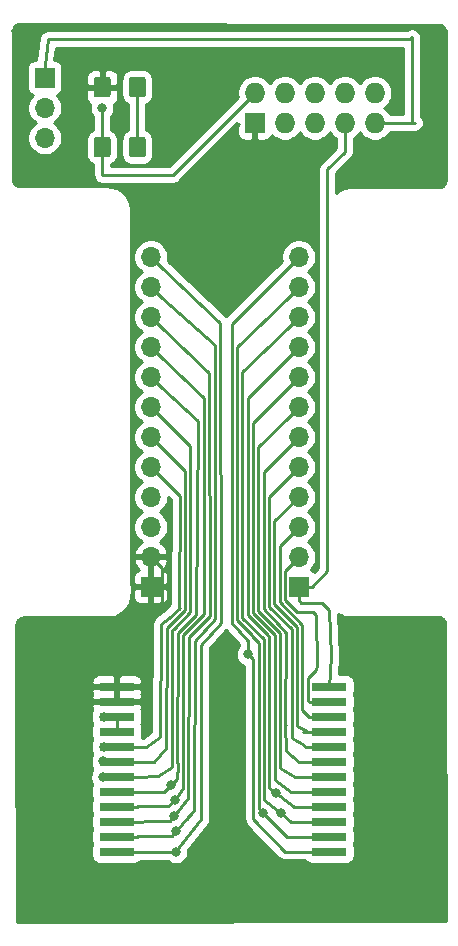
<source format=gbr>
G04 #@! TF.GenerationSoftware,KiCad,Pcbnew,(5.1.5)-3*
G04 #@! TF.CreationDate,2020-03-11T07:33:20-05:00*
G04 #@! TF.ProjectId,BreadboardBreakout,42726561-6462-46f6-9172-64427265616b,rev?*
G04 #@! TF.SameCoordinates,Original*
G04 #@! TF.FileFunction,Copper,L1,Top*
G04 #@! TF.FilePolarity,Positive*
%FSLAX46Y46*%
G04 Gerber Fmt 4.6, Leading zero omitted, Abs format (unit mm)*
G04 Created by KiCad (PCBNEW (5.1.5)-3) date 2020-03-11 07:33:20*
%MOMM*%
%LPD*%
G04 APERTURE LIST*
%ADD10C,0.100000*%
%ADD11O,1.700000X1.700000*%
%ADD12R,1.700000X1.700000*%
%ADD13R,3.000000X0.800000*%
%ADD14R,1.727200X1.727200*%
%ADD15O,1.727200X1.727200*%
%ADD16C,0.800000*%
%ADD17C,0.250000*%
%ADD18C,0.254000*%
G04 APERTURE END LIST*
G04 #@! TA.AperFunction,SMDPad,CuDef*
D10*
G36*
X-9890496Y33106396D02*
G01*
X-9866227Y33102796D01*
X-9842429Y33096835D01*
X-9819329Y33088570D01*
X-9797151Y33078080D01*
X-9776107Y33065467D01*
X-9756402Y33050853D01*
X-9738223Y33034377D01*
X-9721747Y33016198D01*
X-9707133Y32996493D01*
X-9694520Y32975449D01*
X-9684030Y32953271D01*
X-9675765Y32930171D01*
X-9669804Y32906373D01*
X-9666204Y32882104D01*
X-9665000Y32857600D01*
X-9665000Y31607600D01*
X-9666204Y31583096D01*
X-9669804Y31558827D01*
X-9675765Y31535029D01*
X-9684030Y31511929D01*
X-9694520Y31489751D01*
X-9707133Y31468707D01*
X-9721747Y31449002D01*
X-9738223Y31430823D01*
X-9756402Y31414347D01*
X-9776107Y31399733D01*
X-9797151Y31387120D01*
X-9819329Y31376630D01*
X-9842429Y31368365D01*
X-9866227Y31362404D01*
X-9890496Y31358804D01*
X-9915000Y31357600D01*
X-10840000Y31357600D01*
X-10864504Y31358804D01*
X-10888773Y31362404D01*
X-10912571Y31368365D01*
X-10935671Y31376630D01*
X-10957849Y31387120D01*
X-10978893Y31399733D01*
X-10998598Y31414347D01*
X-11016777Y31430823D01*
X-11033253Y31449002D01*
X-11047867Y31468707D01*
X-11060480Y31489751D01*
X-11070970Y31511929D01*
X-11079235Y31535029D01*
X-11085196Y31558827D01*
X-11088796Y31583096D01*
X-11090000Y31607600D01*
X-11090000Y32857600D01*
X-11088796Y32882104D01*
X-11085196Y32906373D01*
X-11079235Y32930171D01*
X-11070970Y32953271D01*
X-11060480Y32975449D01*
X-11047867Y32996493D01*
X-11033253Y33016198D01*
X-11016777Y33034377D01*
X-10998598Y33050853D01*
X-10978893Y33065467D01*
X-10957849Y33078080D01*
X-10935671Y33088570D01*
X-10912571Y33096835D01*
X-10888773Y33102796D01*
X-10864504Y33106396D01*
X-10840000Y33107600D01*
X-9915000Y33107600D01*
X-9890496Y33106396D01*
G37*
G04 #@! TD.AperFunction*
G04 #@! TA.AperFunction,SMDPad,CuDef*
G36*
X-6915496Y33106396D02*
G01*
X-6891227Y33102796D01*
X-6867429Y33096835D01*
X-6844329Y33088570D01*
X-6822151Y33078080D01*
X-6801107Y33065467D01*
X-6781402Y33050853D01*
X-6763223Y33034377D01*
X-6746747Y33016198D01*
X-6732133Y32996493D01*
X-6719520Y32975449D01*
X-6709030Y32953271D01*
X-6700765Y32930171D01*
X-6694804Y32906373D01*
X-6691204Y32882104D01*
X-6690000Y32857600D01*
X-6690000Y31607600D01*
X-6691204Y31583096D01*
X-6694804Y31558827D01*
X-6700765Y31535029D01*
X-6709030Y31511929D01*
X-6719520Y31489751D01*
X-6732133Y31468707D01*
X-6746747Y31449002D01*
X-6763223Y31430823D01*
X-6781402Y31414347D01*
X-6801107Y31399733D01*
X-6822151Y31387120D01*
X-6844329Y31376630D01*
X-6867429Y31368365D01*
X-6891227Y31362404D01*
X-6915496Y31358804D01*
X-6940000Y31357600D01*
X-7865000Y31357600D01*
X-7889504Y31358804D01*
X-7913773Y31362404D01*
X-7937571Y31368365D01*
X-7960671Y31376630D01*
X-7982849Y31387120D01*
X-8003893Y31399733D01*
X-8023598Y31414347D01*
X-8041777Y31430823D01*
X-8058253Y31449002D01*
X-8072867Y31468707D01*
X-8085480Y31489751D01*
X-8095970Y31511929D01*
X-8104235Y31535029D01*
X-8110196Y31558827D01*
X-8113796Y31583096D01*
X-8115000Y31607600D01*
X-8115000Y32857600D01*
X-8113796Y32882104D01*
X-8110196Y32906373D01*
X-8104235Y32930171D01*
X-8095970Y32953271D01*
X-8085480Y32975449D01*
X-8072867Y32996493D01*
X-8058253Y33016198D01*
X-8041777Y33034377D01*
X-8023598Y33050853D01*
X-8003893Y33065467D01*
X-7982849Y33078080D01*
X-7960671Y33088570D01*
X-7937571Y33096835D01*
X-7913773Y33102796D01*
X-7889504Y33106396D01*
X-7865000Y33107600D01*
X-6940000Y33107600D01*
X-6915496Y33106396D01*
G37*
G04 #@! TD.AperFunction*
G04 #@! TA.AperFunction,SMDPad,CuDef*
G36*
X-6915496Y38186396D02*
G01*
X-6891227Y38182796D01*
X-6867429Y38176835D01*
X-6844329Y38168570D01*
X-6822151Y38158080D01*
X-6801107Y38145467D01*
X-6781402Y38130853D01*
X-6763223Y38114377D01*
X-6746747Y38096198D01*
X-6732133Y38076493D01*
X-6719520Y38055449D01*
X-6709030Y38033271D01*
X-6700765Y38010171D01*
X-6694804Y37986373D01*
X-6691204Y37962104D01*
X-6690000Y37937600D01*
X-6690000Y36687600D01*
X-6691204Y36663096D01*
X-6694804Y36638827D01*
X-6700765Y36615029D01*
X-6709030Y36591929D01*
X-6719520Y36569751D01*
X-6732133Y36548707D01*
X-6746747Y36529002D01*
X-6763223Y36510823D01*
X-6781402Y36494347D01*
X-6801107Y36479733D01*
X-6822151Y36467120D01*
X-6844329Y36456630D01*
X-6867429Y36448365D01*
X-6891227Y36442404D01*
X-6915496Y36438804D01*
X-6940000Y36437600D01*
X-7865000Y36437600D01*
X-7889504Y36438804D01*
X-7913773Y36442404D01*
X-7937571Y36448365D01*
X-7960671Y36456630D01*
X-7982849Y36467120D01*
X-8003893Y36479733D01*
X-8023598Y36494347D01*
X-8041777Y36510823D01*
X-8058253Y36529002D01*
X-8072867Y36548707D01*
X-8085480Y36569751D01*
X-8095970Y36591929D01*
X-8104235Y36615029D01*
X-8110196Y36638827D01*
X-8113796Y36663096D01*
X-8115000Y36687600D01*
X-8115000Y37937600D01*
X-8113796Y37962104D01*
X-8110196Y37986373D01*
X-8104235Y38010171D01*
X-8095970Y38033271D01*
X-8085480Y38055449D01*
X-8072867Y38076493D01*
X-8058253Y38096198D01*
X-8041777Y38114377D01*
X-8023598Y38130853D01*
X-8003893Y38145467D01*
X-7982849Y38158080D01*
X-7960671Y38168570D01*
X-7937571Y38176835D01*
X-7913773Y38182796D01*
X-7889504Y38186396D01*
X-7865000Y38187600D01*
X-6940000Y38187600D01*
X-6915496Y38186396D01*
G37*
G04 #@! TD.AperFunction*
G04 #@! TA.AperFunction,SMDPad,CuDef*
G36*
X-9890496Y38186396D02*
G01*
X-9866227Y38182796D01*
X-9842429Y38176835D01*
X-9819329Y38168570D01*
X-9797151Y38158080D01*
X-9776107Y38145467D01*
X-9756402Y38130853D01*
X-9738223Y38114377D01*
X-9721747Y38096198D01*
X-9707133Y38076493D01*
X-9694520Y38055449D01*
X-9684030Y38033271D01*
X-9675765Y38010171D01*
X-9669804Y37986373D01*
X-9666204Y37962104D01*
X-9665000Y37937600D01*
X-9665000Y36687600D01*
X-9666204Y36663096D01*
X-9669804Y36638827D01*
X-9675765Y36615029D01*
X-9684030Y36591929D01*
X-9694520Y36569751D01*
X-9707133Y36548707D01*
X-9721747Y36529002D01*
X-9738223Y36510823D01*
X-9756402Y36494347D01*
X-9776107Y36479733D01*
X-9797151Y36467120D01*
X-9819329Y36456630D01*
X-9842429Y36448365D01*
X-9866227Y36442404D01*
X-9890496Y36438804D01*
X-9915000Y36437600D01*
X-10840000Y36437600D01*
X-10864504Y36438804D01*
X-10888773Y36442404D01*
X-10912571Y36448365D01*
X-10935671Y36456630D01*
X-10957849Y36467120D01*
X-10978893Y36479733D01*
X-10998598Y36494347D01*
X-11016777Y36510823D01*
X-11033253Y36529002D01*
X-11047867Y36548707D01*
X-11060480Y36569751D01*
X-11070970Y36591929D01*
X-11079235Y36615029D01*
X-11085196Y36638827D01*
X-11088796Y36663096D01*
X-11090000Y36687600D01*
X-11090000Y37937600D01*
X-11088796Y37962104D01*
X-11085196Y37986373D01*
X-11079235Y38010171D01*
X-11070970Y38033271D01*
X-11060480Y38055449D01*
X-11047867Y38076493D01*
X-11033253Y38096198D01*
X-11016777Y38114377D01*
X-10998598Y38130853D01*
X-10978893Y38145467D01*
X-10957849Y38158080D01*
X-10935671Y38168570D01*
X-10912571Y38176835D01*
X-10888773Y38182796D01*
X-10864504Y38186396D01*
X-10840000Y38187600D01*
X-9915000Y38187600D01*
X-9890496Y38186396D01*
G37*
G04 #@! TD.AperFunction*
D11*
X-6260000Y22940000D03*
X-6260000Y20400000D03*
X-6260000Y17860000D03*
X-6260000Y15320000D03*
X-6260000Y12780000D03*
X-6260000Y10240000D03*
X-6260000Y7700000D03*
X-6260000Y5160000D03*
X-6260000Y2620000D03*
X-6260000Y80000D03*
X-6260000Y-2460000D03*
D12*
X-6260000Y-5000000D03*
D13*
X-9152400Y-27406600D03*
X8847600Y-27406600D03*
X-9152400Y-26136600D03*
X8847600Y-26136600D03*
X-9152400Y-24866600D03*
X8847600Y-24866600D03*
X-9152400Y-23596600D03*
X8847600Y-23596600D03*
X-9152400Y-22326600D03*
X8847600Y-22326600D03*
X-9152400Y-21056600D03*
X8847600Y-21056600D03*
X-9152400Y-19786600D03*
X8847600Y-19786600D03*
X-9152400Y-18516600D03*
X8847600Y-18516600D03*
X-9152400Y-17246600D03*
X8847600Y-17246600D03*
X-9152400Y-15976600D03*
X8847600Y-15976600D03*
X-9152400Y-14706600D03*
X8847600Y-14706600D03*
X-9152400Y-13436600D03*
X8847600Y-13436600D03*
D11*
X6260000Y22940000D03*
X6260000Y20400000D03*
X6260000Y17860000D03*
X6260000Y15320000D03*
X6260000Y12780000D03*
X6260000Y10240000D03*
X6260000Y7700000D03*
X6260000Y5160000D03*
X6260000Y2620000D03*
X6260000Y80000D03*
X6260000Y-2460000D03*
D12*
X6260000Y-5000000D03*
D14*
X2540000Y34290000D03*
D15*
X2540000Y36830000D03*
X5080000Y34290000D03*
X5080000Y36830000D03*
X7620000Y34290000D03*
X7620000Y36830000D03*
X10160000Y34290000D03*
X10160000Y36830000D03*
X12700000Y34290000D03*
X12700000Y36830000D03*
D12*
X-15240000Y38100000D03*
D11*
X-15240000Y35560000D03*
X-15240000Y33020000D03*
D16*
X-4140200Y-27432000D03*
X-4104673Y-25689527D03*
X-4276997Y-24374203D03*
X-4216400Y-23063200D03*
X-4559300Y-21805900D03*
X-10337800Y-21107400D03*
X-10312400Y-19735800D03*
X-10185400Y-18592800D03*
X4327458Y-22444142D03*
X4742270Y-24188330D03*
X3246192Y-24160408D03*
X1955800Y-10718800D03*
X-10185400Y-16027400D03*
X-10388600Y35560000D03*
D17*
X-7402500Y37312600D02*
X-7402500Y36437600D01*
X-7402500Y36437600D02*
X-7402500Y32232600D01*
X-5410001Y22090001D02*
X-6260000Y22940000D01*
X-406400Y17373600D02*
X-5410001Y22090001D01*
X-355600Y-8026400D02*
X-406400Y17373600D01*
X-7402400Y-27406600D02*
X-7377000Y-27432000D01*
X-1981200Y-20531878D02*
X-2032000Y-9906000D01*
X-9152400Y-27406600D02*
X-7402400Y-27406600D01*
X-2032000Y-9906000D02*
X-355600Y-8026400D01*
X-7377000Y-27432000D02*
X-4241800Y-27432000D01*
X-1981200Y-24663400D02*
X-1981200Y-20531878D01*
X-4241800Y-27432000D02*
X-1981200Y-24663400D01*
X-3175000Y-24638000D02*
X-2616200Y-23901400D01*
X-4104673Y-25689527D02*
X-2590800Y-23926800D01*
X-2616200Y-23901400D02*
X-2540000Y-9550400D01*
X-2590800Y-23926800D02*
X-3175000Y-24638000D01*
X-4445000Y-26085800D02*
X-4104673Y-25689527D01*
X-2540000Y-9550400D02*
X-812800Y-7747000D01*
X-812800Y-7747000D02*
X-863600Y15519400D01*
X-7351600Y-26085800D02*
X-4445000Y-26085800D01*
X-7402400Y-26136600D02*
X-7351600Y-26085800D01*
X-9152400Y-26136600D02*
X-7402400Y-26136600D01*
X-863600Y15519400D02*
X-5410001Y19550001D01*
X-5410001Y19550001D02*
X-6260000Y20400000D01*
X-5410001Y17010001D02*
X-6260000Y17860000D01*
X-4648200Y-24841200D02*
X-4276997Y-24374203D01*
X-9152400Y-24866600D02*
X-4648200Y-24841200D01*
X-3073400Y-22860000D02*
X-3022600Y-9220200D01*
X-3022600Y-9220200D02*
X-1270000Y-7493000D01*
X-1320800Y13131800D02*
X-5410001Y17010001D01*
X-1270000Y-7493000D02*
X-1320800Y13131800D01*
X-4276997Y-24374203D02*
X-3073400Y-22860000D01*
X-5410001Y14470001D02*
X-6260000Y15320000D01*
X-7377000Y-23571200D02*
X-7402400Y-23596600D01*
X-4800600Y-23520400D02*
X-7377000Y-23571200D01*
X-4216400Y-23063200D02*
X-4800600Y-23520400D01*
X-4216400Y-23063200D02*
X-3530600Y-22021800D01*
X-3530600Y-22021800D02*
X-3530600Y-20497800D01*
X-7402400Y-23596600D02*
X-9152400Y-23596600D01*
X-3530600Y-20497800D02*
X-3505200Y-9042400D01*
X-1727200Y-7289800D02*
X-1778000Y11023600D01*
X-3505200Y-9042400D02*
X-1727200Y-7289800D01*
X-1778000Y11023600D02*
X-5410001Y14470001D01*
X-5410001Y11930001D02*
X-6260000Y12780000D01*
X-3962400Y-8864600D02*
X-2467160Y-7349600D01*
X-5105400Y-22352000D02*
X-4559300Y-21805900D01*
X-9152400Y-22326600D02*
X-5105400Y-22352000D01*
X-2260600Y9042400D02*
X-5410001Y11930001D01*
X-2467160Y-7349600D02*
X-2260600Y9042400D01*
X-4013200Y-21259800D02*
X-3987800Y-20116800D01*
X-3987800Y-20116800D02*
X-4013200Y-19761200D01*
X-4013200Y-19761200D02*
X-3962400Y-8864600D01*
X-4559300Y-21805900D02*
X-4013200Y-21259800D01*
X-9152400Y-21056600D02*
X-7402400Y-21056600D01*
X-5613400Y-21031200D02*
X-4495800Y-20269200D01*
X-7402400Y-21056600D02*
X-5613400Y-21031200D01*
X-5410001Y9390001D02*
X-6260000Y10240000D01*
X-2917170Y6897170D02*
X-5410001Y9390001D01*
X-4445000Y-8636000D02*
X-4294142Y-8559800D01*
X-4271599Y-8537257D02*
X-2917170Y-7164928D01*
X-4470400Y-20142200D02*
X-4445000Y-8636000D01*
X-2917170Y-7164928D02*
X-2917170Y6897170D01*
X-4294142Y-8559800D02*
X-4271599Y-8537257D01*
X-5410001Y6850001D02*
X-6260000Y7700000D01*
X-3367180Y4807180D02*
X-5410001Y6850001D01*
X-3367180Y-6976800D02*
X-3367180Y4807180D01*
X-5969000Y-19786600D02*
X-4978400Y-18618200D01*
X-9152400Y-19786600D02*
X-5969000Y-19786600D01*
X-4978400Y-18618200D02*
X-4927600Y-8509000D01*
X-4927600Y-8509000D02*
X-4739111Y-8280400D01*
X-4601039Y-8210659D02*
X-3367180Y-6976800D01*
X-4739111Y-8280400D02*
X-4601039Y-8210659D01*
X-5410001Y4310001D02*
X-6260000Y5160000D01*
X-3817190Y2717190D02*
X-5410001Y4310001D01*
X-3817190Y-6790400D02*
X-3835400Y-6731000D01*
X-3835400Y-6731000D02*
X-3817190Y2717190D01*
X-4749800Y-7645400D02*
X-3817190Y-6790400D01*
X-5384800Y-8178800D02*
X-4749800Y-7645400D01*
X-5486400Y-17678400D02*
X-5384800Y-8178800D01*
X-9152400Y-18516600D02*
X-6680200Y-18516600D01*
X-6680200Y-18516600D02*
X-5486400Y-17678400D01*
X-5333308Y-3386692D02*
X-6260000Y-2460000D01*
X-5333308Y-5224463D02*
X-5333308Y-3386692D01*
X-6832600Y-7543800D02*
X-5326810Y-6265200D01*
X-6314548Y-7112000D02*
X-6832600Y-7543800D01*
X-5326810Y-5231454D02*
X-5333308Y-5224463D01*
X-5326810Y-6265200D02*
X-5326810Y-5231454D01*
X-6858000Y-14630400D02*
X-6807200Y-7543800D01*
X-6807200Y-7543800D02*
X-6712401Y-7543800D01*
X-9152400Y-14706600D02*
X-6858000Y-14630400D01*
X-6712401Y-7543800D02*
X-6703914Y-7501366D01*
X-6703914Y-7501366D02*
X-6314548Y-7112000D01*
X-6260000Y-6336200D02*
X-6260000Y-5000000D01*
X-7239000Y-7315200D02*
X-6260000Y-6336200D01*
X-9152400Y-13436600D02*
X-9152400Y-12786600D01*
X-9152400Y-12786600D02*
X-8684800Y-12319000D01*
X-8684800Y-12319000D02*
X-7442200Y-12319000D01*
X-7442200Y-12319000D02*
X-7366000Y-12242800D01*
X-7366000Y-12242800D02*
X-7239000Y-7315200D01*
X8661400Y30353000D02*
X10160000Y31851600D01*
X8661400Y-3698600D02*
X8661400Y30353000D01*
X10160000Y31851600D02*
X10160000Y34290000D01*
X6260000Y-5000000D02*
X7360000Y-5000000D01*
X7360000Y-5000000D02*
X8661400Y-3698600D01*
X6260000Y-6100000D02*
X6260000Y-5000000D01*
X8966200Y-10871200D02*
X8847600Y-13436600D01*
X6484600Y-6324600D02*
X6260000Y-6100000D01*
X8847600Y-6968000D02*
X8204200Y-6324600D01*
X8966200Y-10871200D02*
X8847600Y-6968000D01*
X8204200Y-6324600D02*
X6484600Y-6324600D01*
X5084999Y-3635001D02*
X5410001Y-3309999D01*
X7162800Y-14706600D02*
X8847600Y-14706600D01*
X5410001Y-3309999D02*
X6260000Y-2460000D01*
X7022599Y-14566399D02*
X7162800Y-14706600D01*
X6121400Y-7137400D02*
X5084999Y-6100999D01*
X7467600Y-7137400D02*
X6121400Y-7137400D01*
X7797800Y-11607800D02*
X7696200Y-12065000D01*
X7022599Y-12738601D02*
X7022599Y-14566399D01*
X7797800Y-11607800D02*
X7696200Y-7366000D01*
X7696200Y-12065000D02*
X7022599Y-12738601D01*
X7696200Y-7366000D02*
X7467600Y-7137400D01*
X5084999Y-6100999D02*
X5084999Y-3635001D01*
X4634989Y-6296401D02*
X4634989Y-1545011D01*
X7097600Y-15976600D02*
X8847600Y-15976600D01*
X6572589Y-15451589D02*
X6572589Y-8234001D01*
X6959600Y-15875000D02*
X6572589Y-15451589D01*
X6572589Y-8234001D02*
X4634989Y-6296401D01*
X4634989Y-1545011D02*
X6260000Y80000D01*
X6959600Y-15875000D02*
X7097600Y-15976600D01*
X4184979Y-6482801D02*
X4184979Y544979D01*
X6122579Y-16053979D02*
X6122579Y-8420401D01*
X6146800Y-16713200D02*
X6122579Y-16053979D01*
X4184979Y544979D02*
X6260000Y2620000D01*
X6934200Y-17195800D02*
X6654800Y-17246600D01*
X6122579Y-8420401D02*
X4184979Y-6482801D01*
X6146800Y-16738600D02*
X6146800Y-16713200D01*
X6654800Y-17246600D02*
X8847600Y-17246600D01*
X6934200Y-17195800D02*
X6146800Y-16738600D01*
X3734969Y2634969D02*
X6260000Y5160000D01*
X5672570Y-16457980D02*
X5672570Y-8606802D01*
X3734969Y-6669201D02*
X3734969Y2634969D01*
X5672570Y-8606802D02*
X3734969Y-6669201D01*
X6756400Y-18516600D02*
X8847600Y-18516600D01*
X6705600Y-18364200D02*
X6756400Y-18516600D01*
X5664200Y-17754600D02*
X5657010Y-16205200D01*
X6705600Y-18364200D02*
X5664200Y-17754600D01*
X8847600Y-19786600D02*
X7731190Y-19786600D01*
X5207000Y-8864600D02*
X4619176Y-8189818D01*
X3284959Y4724959D02*
X5410001Y6850001D01*
X3284959Y-6855601D02*
X3284959Y4724959D01*
X5410001Y6850001D02*
X6260000Y7700000D01*
X4619176Y-8189818D02*
X3284959Y-6855601D01*
X5156200Y-16730927D02*
X5130800Y-16586200D01*
X5130800Y-16586200D02*
X5207000Y-8864600D01*
X5156200Y-18923000D02*
X5130800Y-16586200D01*
X8847600Y-19786600D02*
X6324600Y-19786600D01*
X6324600Y-19786600D02*
X5156200Y-18923000D01*
X5410001Y9390001D02*
X6260000Y10240000D01*
X2834949Y6814949D02*
X5410001Y9390001D01*
X2834949Y-7042001D02*
X2834949Y6814949D01*
X5943600Y-21056600D02*
X4678973Y-20320000D01*
X4290032Y-8497084D02*
X2834949Y-7042001D01*
X8847600Y-21056600D02*
X5943600Y-21056600D01*
X4678973Y-20320000D02*
X4678973Y-8943562D01*
X4678973Y-8943562D02*
X4290032Y-8497084D01*
X5410001Y11930001D02*
X6260000Y12780000D01*
X2384939Y8904939D02*
X5410001Y11930001D01*
X2384939Y-7228401D02*
X2384939Y8904939D01*
X3960888Y-8804350D02*
X2384939Y-7228401D01*
X8847600Y-22326600D02*
X5617363Y-22326600D01*
X5617363Y-22326600D02*
X4228963Y-21310600D01*
X4228963Y-21310600D02*
X4228963Y-9112082D01*
X4228963Y-9112082D02*
X3960888Y-8804350D01*
X1934929Y10994929D02*
X5410001Y14470001D01*
X1934929Y-7414801D02*
X1934929Y10994929D01*
X5410001Y14470001D02*
X6260000Y15320000D01*
X3631744Y-9111616D02*
X1934929Y-7414801D01*
X3778953Y-21457353D02*
X3778953Y-9280602D01*
X3778953Y-9280602D02*
X3631744Y-9111616D01*
X3778953Y-22021800D02*
X3778953Y-21259800D01*
X5791200Y-23571200D02*
X4327458Y-22444142D01*
X8847600Y-23596600D02*
X5892800Y-23596600D01*
X5892800Y-23596600D02*
X5791200Y-23571200D01*
X4327458Y-22444142D02*
X3778953Y-22021800D01*
X5410001Y17010001D02*
X6260000Y17860000D01*
X1484919Y13208000D02*
X5410001Y17010001D01*
X3302600Y-9418882D02*
X1484919Y-7601201D01*
X3328943Y-9449122D02*
X3302600Y-9418882D01*
X7097600Y-24866600D02*
X7072200Y-24892000D01*
X7072200Y-24892000D02*
X5588000Y-24892000D01*
X1484919Y-7601201D02*
X1484919Y13208000D01*
X8847600Y-24866600D02*
X7097600Y-24866600D01*
X3328943Y-23012400D02*
X3328943Y-9449122D01*
X5588000Y-24892000D02*
X4742270Y-24188330D01*
X4742270Y-24188330D02*
X3328943Y-23012400D01*
X5410001Y19550001D02*
X6260000Y20400000D01*
X1034909Y15316200D02*
X5410001Y19550001D01*
X1034909Y-7787601D02*
X1034909Y15316200D01*
X2286000Y-9038692D02*
X1034909Y-7787601D01*
X2878933Y-9736933D02*
X2336800Y-9118600D01*
X2336800Y-9118600D02*
X2286000Y-9038692D01*
X2878933Y-23825200D02*
X2878933Y-9736933D01*
X8847600Y-26136600D02*
X5308600Y-26136600D01*
X5308600Y-26136600D02*
X3606800Y-24511000D01*
X3606800Y-24511000D02*
X3246192Y-24160408D01*
X3149600Y-24066500D02*
X2878933Y-23825200D01*
X3246192Y-24160408D02*
X3149600Y-24066500D01*
X1955800Y-9550400D02*
X1955800Y-10718800D01*
X584899Y-8079309D02*
X1955800Y-9550400D01*
X6260000Y22940000D02*
X584899Y17264899D01*
X584899Y17264899D02*
X584899Y-8079309D01*
X2428923Y-24647477D02*
X2362200Y-11480800D01*
X2489200Y-24765000D02*
X2428923Y-24647477D01*
X8847600Y-27406600D02*
X5105400Y-27406600D01*
X5105400Y-27406600D02*
X2489200Y-24765000D01*
X2362200Y-11125200D02*
X1955800Y-10718800D01*
X2362200Y-11480800D02*
X2362200Y-11125200D01*
X15849600Y34290000D02*
X16078200Y34290000D01*
X12700000Y34290000D02*
X15849600Y34290000D01*
X-14960600Y41376600D02*
X-15240000Y39200000D01*
X-15240000Y39200000D02*
X-15240000Y38100000D01*
X15671800Y41376600D02*
X-14960600Y41376600D01*
X15849600Y34290000D02*
X15849600Y41554400D01*
X15849600Y41554400D02*
X15671800Y41376600D01*
X-9152400Y-15976600D02*
X-9152400Y-17246600D01*
X-10388600Y32243700D02*
X-10377500Y32232600D01*
X-10388600Y35560000D02*
X-10388600Y32243700D01*
X-10377500Y31357600D02*
X-10363200Y31343300D01*
X-10377500Y32232600D02*
X-10377500Y31357600D01*
X-10363200Y31343300D02*
X-10363200Y29870400D01*
X-4419600Y29870400D02*
X2540000Y36830000D01*
X-10363200Y29870400D02*
X-4419600Y29870400D01*
D18*
G36*
X-17459423Y42647469D02*
G01*
X18016214Y42576184D01*
X18116869Y42585894D01*
X18133606Y42590934D01*
X18142717Y42590380D01*
X18272800Y42556306D01*
X18393785Y42497615D01*
X18501073Y42416538D01*
X18590561Y42316174D01*
X18658854Y42200334D01*
X18697206Y42090953D01*
X18695187Y42070369D01*
X18700264Y29530932D01*
X18710217Y29430300D01*
X18714913Y29414842D01*
X18714380Y29406083D01*
X18680306Y29276000D01*
X18621614Y29155013D01*
X18540540Y29047730D01*
X18440173Y28958239D01*
X18324335Y28889946D01*
X18189574Y28842697D01*
X18105834Y28828600D01*
X10559381Y28828600D01*
X10462417Y28819050D01*
X10440614Y28812436D01*
X10288498Y28786829D01*
X10238698Y28773340D01*
X10188404Y28761801D01*
X10179686Y28758813D01*
X9930651Y28671497D01*
X9876414Y28646296D01*
X9821807Y28621845D01*
X9813837Y28617220D01*
X9586504Y28483196D01*
X9538173Y28447925D01*
X9489376Y28413347D01*
X9482455Y28407263D01*
X9421400Y28352824D01*
X9421400Y30038199D01*
X10671009Y31287806D01*
X10700001Y31311599D01*
X10723795Y31340592D01*
X10723799Y31340596D01*
X10794973Y31427323D01*
X10794974Y31427324D01*
X10865546Y31559353D01*
X10909003Y31702614D01*
X10920000Y31814267D01*
X10920000Y31814276D01*
X10923676Y31851599D01*
X10920000Y31888922D01*
X10920000Y32995465D01*
X11115302Y33125961D01*
X11324039Y33334698D01*
X11430000Y33493281D01*
X11535961Y33334698D01*
X11744698Y33125961D01*
X11990147Y32961958D01*
X12262875Y32848990D01*
X12552401Y32791400D01*
X12847599Y32791400D01*
X13137125Y32848990D01*
X13409853Y32961958D01*
X13655302Y33125961D01*
X13864039Y33334698D01*
X13994535Y33530000D01*
X15812267Y33530000D01*
X15849600Y33526323D01*
X15886933Y33530000D01*
X16115533Y33530000D01*
X16227186Y33540997D01*
X16370447Y33584454D01*
X16502476Y33655026D01*
X16618201Y33749999D01*
X16713174Y33865724D01*
X16783746Y33997753D01*
X16827203Y34141014D01*
X16841877Y34290000D01*
X16827203Y34438986D01*
X16783746Y34582247D01*
X16713174Y34714276D01*
X16618201Y34830001D01*
X16609600Y34837060D01*
X16609600Y41517076D01*
X16613276Y41554399D01*
X16609600Y41591722D01*
X16609600Y41591733D01*
X16598603Y41703386D01*
X16555146Y41846647D01*
X16484574Y41978676D01*
X16389601Y42094401D01*
X16273876Y42189374D01*
X16141847Y42259946D01*
X15998586Y42303403D01*
X15849600Y42318077D01*
X15700615Y42303403D01*
X15557354Y42259946D01*
X15425325Y42189374D01*
X15361020Y42136600D01*
X-14949445Y42136600D01*
X-15013010Y42138475D01*
X-15061063Y42130382D01*
X-15109586Y42125603D01*
X-15134732Y42117975D01*
X-15160639Y42113612D01*
X-15206192Y42096298D01*
X-15252847Y42082146D01*
X-15276027Y42069756D01*
X-15300577Y42060425D01*
X-15341876Y42034559D01*
X-15384876Y42011574D01*
X-15405189Y41994904D01*
X-15427453Y41980959D01*
X-15462917Y41947527D01*
X-15500601Y41916601D01*
X-15517271Y41896288D01*
X-15536387Y41878268D01*
X-15564647Y41838561D01*
X-15595574Y41800876D01*
X-15607962Y41777700D01*
X-15623194Y41756298D01*
X-15643161Y41711849D01*
X-15666146Y41668847D01*
X-15673776Y41643694D01*
X-15684538Y41619736D01*
X-15695450Y41572242D01*
X-15709603Y41525586D01*
X-15715842Y41462238D01*
X-15956421Y39588072D01*
X-16090000Y39588072D01*
X-16214482Y39575812D01*
X-16334180Y39539502D01*
X-16444494Y39480537D01*
X-16541185Y39401185D01*
X-16620537Y39304494D01*
X-16679502Y39194180D01*
X-16715812Y39074482D01*
X-16728072Y38950000D01*
X-16728072Y37250000D01*
X-16715812Y37125518D01*
X-16679502Y37005820D01*
X-16620537Y36895506D01*
X-16541185Y36798815D01*
X-16444494Y36719463D01*
X-16334180Y36660498D01*
X-16261620Y36638487D01*
X-16393475Y36506632D01*
X-16555990Y36263411D01*
X-16667932Y35993158D01*
X-16725000Y35706260D01*
X-16725000Y35413740D01*
X-16667932Y35126842D01*
X-16555990Y34856589D01*
X-16393475Y34613368D01*
X-16186632Y34406525D01*
X-16012240Y34290000D01*
X-16186632Y34173475D01*
X-16393475Y33966632D01*
X-16555990Y33723411D01*
X-16667932Y33453158D01*
X-16725000Y33166260D01*
X-16725000Y32873740D01*
X-16667932Y32586842D01*
X-16555990Y32316589D01*
X-16393475Y32073368D01*
X-16186632Y31866525D01*
X-15943411Y31704010D01*
X-15673158Y31592068D01*
X-15386260Y31535000D01*
X-15093740Y31535000D01*
X-14806842Y31592068D01*
X-14536589Y31704010D01*
X-14293368Y31866525D01*
X-14086525Y32073368D01*
X-13924010Y32316589D01*
X-13812068Y32586842D01*
X-13755000Y32873740D01*
X-13755000Y33166260D01*
X-13812068Y33453158D01*
X-13924010Y33723411D01*
X-14086525Y33966632D01*
X-14293368Y34173475D01*
X-14467760Y34290000D01*
X-14293368Y34406525D01*
X-14086525Y34613368D01*
X-13924010Y34856589D01*
X-13812068Y35126842D01*
X-13755000Y35413740D01*
X-13755000Y35706260D01*
X-13812068Y35993158D01*
X-13924010Y36263411D01*
X-14086525Y36506632D01*
X-14218380Y36638487D01*
X-14145820Y36660498D01*
X-14035506Y36719463D01*
X-13938815Y36798815D01*
X-13859463Y36895506D01*
X-13800498Y37005820D01*
X-13764188Y37125518D01*
X-13751928Y37250000D01*
X-13751928Y38187600D01*
X-11728072Y38187600D01*
X-11725000Y37598350D01*
X-11566250Y37439600D01*
X-10504500Y37439600D01*
X-10504500Y38663850D01*
X-10250500Y38663850D01*
X-10250500Y37439600D01*
X-9188750Y37439600D01*
X-9030000Y37598350D01*
X-9028232Y37937600D01*
X-8753072Y37937600D01*
X-8753072Y36687600D01*
X-8736008Y36514346D01*
X-8685472Y36347750D01*
X-8603405Y36194214D01*
X-8492962Y36059638D01*
X-8358386Y35949195D01*
X-8204850Y35867128D01*
X-8162500Y35854281D01*
X-8162499Y33690919D01*
X-8204850Y33678072D01*
X-8358386Y33596005D01*
X-8492962Y33485562D01*
X-8603405Y33350986D01*
X-8685472Y33197450D01*
X-8736008Y33030854D01*
X-8753072Y32857600D01*
X-8753072Y31607600D01*
X-8736008Y31434346D01*
X-8685472Y31267750D01*
X-8603405Y31114214D01*
X-8492962Y30979638D01*
X-8358386Y30869195D01*
X-8204850Y30787128D01*
X-8038254Y30736592D01*
X-7865000Y30719528D01*
X-6940000Y30719528D01*
X-6766746Y30736592D01*
X-6600150Y30787128D01*
X-6446614Y30869195D01*
X-6312038Y30979638D01*
X-6201595Y31114214D01*
X-6119528Y31267750D01*
X-6068992Y31434346D01*
X-6051928Y31607600D01*
X-6051928Y32857600D01*
X-6068992Y33030854D01*
X-6119528Y33197450D01*
X-6201595Y33350986D01*
X-6312038Y33485562D01*
X-6446614Y33596005D01*
X-6600150Y33678072D01*
X-6642500Y33690919D01*
X-6642500Y35854281D01*
X-6600150Y35867128D01*
X-6446614Y35949195D01*
X-6312038Y36059638D01*
X-6201595Y36194214D01*
X-6119528Y36347750D01*
X-6068992Y36514346D01*
X-6051928Y36687600D01*
X-6051928Y37937600D01*
X-6068992Y38110854D01*
X-6119528Y38277450D01*
X-6201595Y38430986D01*
X-6312038Y38565562D01*
X-6446614Y38676005D01*
X-6600150Y38758072D01*
X-6766746Y38808608D01*
X-6940000Y38825672D01*
X-7865000Y38825672D01*
X-8038254Y38808608D01*
X-8204850Y38758072D01*
X-8358386Y38676005D01*
X-8492962Y38565562D01*
X-8603405Y38430986D01*
X-8685472Y38277450D01*
X-8736008Y38110854D01*
X-8753072Y37937600D01*
X-9028232Y37937600D01*
X-9026928Y38187600D01*
X-9039188Y38312082D01*
X-9075498Y38431780D01*
X-9134463Y38542094D01*
X-9213815Y38638785D01*
X-9310506Y38718137D01*
X-9420820Y38777102D01*
X-9540518Y38813412D01*
X-9665000Y38825672D01*
X-10091750Y38822600D01*
X-10250500Y38663850D01*
X-10504500Y38663850D01*
X-10663250Y38822600D01*
X-11090000Y38825672D01*
X-11214482Y38813412D01*
X-11334180Y38777102D01*
X-11444494Y38718137D01*
X-11541185Y38638785D01*
X-11620537Y38542094D01*
X-11679502Y38431780D01*
X-11715812Y38312082D01*
X-11728072Y38187600D01*
X-13751928Y38187600D01*
X-13751928Y38950000D01*
X-13764188Y39074482D01*
X-13800498Y39194180D01*
X-13859463Y39304494D01*
X-13938815Y39401185D01*
X-14035506Y39480537D01*
X-14145820Y39539502D01*
X-14265518Y39575812D01*
X-14390000Y39588072D01*
X-14423950Y39588072D01*
X-14291922Y40616600D01*
X15089601Y40616600D01*
X15089600Y35050000D01*
X13994535Y35050000D01*
X13864039Y35245302D01*
X13655302Y35454039D01*
X13496719Y35560000D01*
X13655302Y35665961D01*
X13864039Y35874698D01*
X14028042Y36120147D01*
X14141010Y36392875D01*
X14198600Y36682401D01*
X14198600Y36977599D01*
X14141010Y37267125D01*
X14028042Y37539853D01*
X13864039Y37785302D01*
X13655302Y37994039D01*
X13409853Y38158042D01*
X13137125Y38271010D01*
X12847599Y38328600D01*
X12552401Y38328600D01*
X12262875Y38271010D01*
X11990147Y38158042D01*
X11744698Y37994039D01*
X11535961Y37785302D01*
X11430000Y37626719D01*
X11324039Y37785302D01*
X11115302Y37994039D01*
X10869853Y38158042D01*
X10597125Y38271010D01*
X10307599Y38328600D01*
X10012401Y38328600D01*
X9722875Y38271010D01*
X9450147Y38158042D01*
X9204698Y37994039D01*
X8995961Y37785302D01*
X8890000Y37626719D01*
X8784039Y37785302D01*
X8575302Y37994039D01*
X8329853Y38158042D01*
X8057125Y38271010D01*
X7767599Y38328600D01*
X7472401Y38328600D01*
X7182875Y38271010D01*
X6910147Y38158042D01*
X6664698Y37994039D01*
X6455961Y37785302D01*
X6350000Y37626719D01*
X6244039Y37785302D01*
X6035302Y37994039D01*
X5789853Y38158042D01*
X5517125Y38271010D01*
X5227599Y38328600D01*
X4932401Y38328600D01*
X4642875Y38271010D01*
X4370147Y38158042D01*
X4124698Y37994039D01*
X3915961Y37785302D01*
X3810000Y37626719D01*
X3704039Y37785302D01*
X3495302Y37994039D01*
X3249853Y38158042D01*
X2977125Y38271010D01*
X2687599Y38328600D01*
X2392401Y38328600D01*
X2102875Y38271010D01*
X1830147Y38158042D01*
X1584698Y37994039D01*
X1375961Y37785302D01*
X1211958Y37539853D01*
X1098990Y37267125D01*
X1041400Y36977599D01*
X1041400Y36682401D01*
X1087224Y36452026D01*
X-4734401Y30630400D01*
X-9603200Y30630400D01*
X-9603200Y30778619D01*
X-9575150Y30787128D01*
X-9421614Y30869195D01*
X-9287038Y30979638D01*
X-9176595Y31114214D01*
X-9094528Y31267750D01*
X-9043992Y31434346D01*
X-9026928Y31607600D01*
X-9026928Y32857600D01*
X-9043992Y33030854D01*
X-9094528Y33197450D01*
X-9176595Y33350986D01*
X-9287038Y33485562D01*
X-9421614Y33596005D01*
X-9575150Y33678072D01*
X-9628600Y33694286D01*
X-9628600Y34856289D01*
X-9584663Y34900226D01*
X-9471395Y35069744D01*
X-9393374Y35258102D01*
X-9353600Y35458061D01*
X-9353600Y35661939D01*
X-9393374Y35861898D01*
X-9393669Y35862611D01*
X-9310506Y35907063D01*
X-9213815Y35986415D01*
X-9134463Y36083106D01*
X-9075498Y36193420D01*
X-9039188Y36313118D01*
X-9026928Y36437600D01*
X-9030000Y37026850D01*
X-9188750Y37185600D01*
X-10250500Y37185600D01*
X-10250500Y37165600D01*
X-10504500Y37165600D01*
X-10504500Y37185600D01*
X-11566250Y37185600D01*
X-11725000Y37026850D01*
X-11728072Y36437600D01*
X-11715812Y36313118D01*
X-11679502Y36193420D01*
X-11620537Y36083106D01*
X-11541185Y35986415D01*
X-11444494Y35907063D01*
X-11379507Y35872326D01*
X-11383826Y35861898D01*
X-11423600Y35661939D01*
X-11423600Y35458061D01*
X-11383826Y35258102D01*
X-11305805Y35069744D01*
X-11192537Y34900226D01*
X-11148600Y34856289D01*
X-11148599Y33687552D01*
X-11179850Y33678072D01*
X-11333386Y33596005D01*
X-11467962Y33485562D01*
X-11578405Y33350986D01*
X-11660472Y33197450D01*
X-11711008Y33030854D01*
X-11728072Y32857600D01*
X-11728072Y31607600D01*
X-11711008Y31434346D01*
X-11660472Y31267750D01*
X-11578405Y31114214D01*
X-11467962Y30979638D01*
X-11333386Y30869195D01*
X-11179850Y30787128D01*
X-11123200Y30769943D01*
X-11123199Y29907742D01*
X-11126877Y29870400D01*
X-11112203Y29721414D01*
X-11068746Y29578153D01*
X-10998174Y29446124D01*
X-10903201Y29330399D01*
X-10787476Y29235426D01*
X-10655447Y29164854D01*
X-10512186Y29121397D01*
X-10400533Y29110400D01*
X-10363200Y29106723D01*
X-10325867Y29110400D01*
X-4456922Y29110400D01*
X-4419600Y29106724D01*
X-4382278Y29110400D01*
X-4382267Y29110400D01*
X-4270614Y29121397D01*
X-4127353Y29164854D01*
X-3995324Y29235426D01*
X-3879599Y29330399D01*
X-3855796Y29359403D01*
X1041400Y34256598D01*
X1041400Y34162998D01*
X1200148Y34162998D01*
X1041400Y34004250D01*
X1038328Y33426400D01*
X1050588Y33301918D01*
X1086898Y33182220D01*
X1145863Y33071906D01*
X1225215Y32975215D01*
X1321906Y32895863D01*
X1432220Y32836898D01*
X1551918Y32800588D01*
X1676400Y32788328D01*
X2254250Y32791400D01*
X2413000Y32950150D01*
X2413000Y34163000D01*
X2393000Y34163000D01*
X2393000Y34417000D01*
X2413000Y34417000D01*
X2413000Y34437000D01*
X2667000Y34437000D01*
X2667000Y34417000D01*
X2687000Y34417000D01*
X2687000Y34163000D01*
X2667000Y34163000D01*
X2667000Y32950150D01*
X2825750Y32791400D01*
X3403600Y32788328D01*
X3528082Y32800588D01*
X3647780Y32836898D01*
X3758094Y32895863D01*
X3854785Y32975215D01*
X3934137Y33071906D01*
X3993102Y33182220D01*
X4010636Y33240023D01*
X4124698Y33125961D01*
X4370147Y32961958D01*
X4642875Y32848990D01*
X4932401Y32791400D01*
X5227599Y32791400D01*
X5517125Y32848990D01*
X5789853Y32961958D01*
X6035302Y33125961D01*
X6244039Y33334698D01*
X6350000Y33493281D01*
X6455961Y33334698D01*
X6664698Y33125961D01*
X6910147Y32961958D01*
X7182875Y32848990D01*
X7472401Y32791400D01*
X7767599Y32791400D01*
X8057125Y32848990D01*
X8329853Y32961958D01*
X8575302Y33125961D01*
X8784039Y33334698D01*
X8890000Y33493281D01*
X8995961Y33334698D01*
X9204698Y33125961D01*
X9400000Y32995465D01*
X9400000Y32166403D01*
X8150398Y30916799D01*
X8121400Y30893001D01*
X8097602Y30864003D01*
X8097601Y30864002D01*
X8026426Y30777276D01*
X7955854Y30645246D01*
X7912398Y30501985D01*
X7897724Y30353000D01*
X7901401Y30315667D01*
X7901400Y-3383798D01*
X7572543Y-3712655D01*
X7561185Y-3698815D01*
X7464494Y-3619463D01*
X7354180Y-3560498D01*
X7281620Y-3538487D01*
X7413475Y-3406632D01*
X7575990Y-3163411D01*
X7687932Y-2893158D01*
X7745000Y-2606260D01*
X7745000Y-2313740D01*
X7687932Y-2026842D01*
X7575990Y-1756589D01*
X7413475Y-1513368D01*
X7206632Y-1306525D01*
X7032240Y-1190000D01*
X7206632Y-1073475D01*
X7413475Y-866632D01*
X7575990Y-623411D01*
X7687932Y-353158D01*
X7745000Y-66260D01*
X7745000Y226260D01*
X7687932Y513158D01*
X7575990Y783411D01*
X7413475Y1026632D01*
X7206632Y1233475D01*
X7032240Y1350000D01*
X7206632Y1466525D01*
X7413475Y1673368D01*
X7575990Y1916589D01*
X7687932Y2186842D01*
X7745000Y2473740D01*
X7745000Y2766260D01*
X7687932Y3053158D01*
X7575990Y3323411D01*
X7413475Y3566632D01*
X7206632Y3773475D01*
X7032240Y3890000D01*
X7206632Y4006525D01*
X7413475Y4213368D01*
X7575990Y4456589D01*
X7687932Y4726842D01*
X7745000Y5013740D01*
X7745000Y5306260D01*
X7687932Y5593158D01*
X7575990Y5863411D01*
X7413475Y6106632D01*
X7206632Y6313475D01*
X7032240Y6430000D01*
X7206632Y6546525D01*
X7413475Y6753368D01*
X7575990Y6996589D01*
X7687932Y7266842D01*
X7745000Y7553740D01*
X7745000Y7846260D01*
X7687932Y8133158D01*
X7575990Y8403411D01*
X7413475Y8646632D01*
X7206632Y8853475D01*
X7032240Y8970000D01*
X7206632Y9086525D01*
X7413475Y9293368D01*
X7575990Y9536589D01*
X7687932Y9806842D01*
X7745000Y10093740D01*
X7745000Y10386260D01*
X7687932Y10673158D01*
X7575990Y10943411D01*
X7413475Y11186632D01*
X7206632Y11393475D01*
X7032240Y11510000D01*
X7206632Y11626525D01*
X7413475Y11833368D01*
X7575990Y12076589D01*
X7687932Y12346842D01*
X7745000Y12633740D01*
X7745000Y12926260D01*
X7687932Y13213158D01*
X7575990Y13483411D01*
X7413475Y13726632D01*
X7206632Y13933475D01*
X7032240Y14050000D01*
X7206632Y14166525D01*
X7413475Y14373368D01*
X7575990Y14616589D01*
X7687932Y14886842D01*
X7745000Y15173740D01*
X7745000Y15466260D01*
X7687932Y15753158D01*
X7575990Y16023411D01*
X7413475Y16266632D01*
X7206632Y16473475D01*
X7032240Y16590000D01*
X7206632Y16706525D01*
X7413475Y16913368D01*
X7575990Y17156589D01*
X7687932Y17426842D01*
X7745000Y17713740D01*
X7745000Y18006260D01*
X7687932Y18293158D01*
X7575990Y18563411D01*
X7413475Y18806632D01*
X7206632Y19013475D01*
X7032240Y19130000D01*
X7206632Y19246525D01*
X7413475Y19453368D01*
X7575990Y19696589D01*
X7687932Y19966842D01*
X7745000Y20253740D01*
X7745000Y20546260D01*
X7687932Y20833158D01*
X7575990Y21103411D01*
X7413475Y21346632D01*
X7206632Y21553475D01*
X7032240Y21670000D01*
X7206632Y21786525D01*
X7413475Y21993368D01*
X7575990Y22236589D01*
X7687932Y22506842D01*
X7745000Y22793740D01*
X7745000Y23086260D01*
X7687932Y23373158D01*
X7575990Y23643411D01*
X7413475Y23886632D01*
X7206632Y24093475D01*
X6963411Y24255990D01*
X6693158Y24367932D01*
X6406260Y24425000D01*
X6113740Y24425000D01*
X5826842Y24367932D01*
X5556589Y24255990D01*
X5313368Y24093475D01*
X5106525Y23886632D01*
X4944010Y23643411D01*
X4832068Y23373158D01*
X4775000Y23086260D01*
X4775000Y22793740D01*
X4818790Y22573592D01*
X144879Y17899680D01*
X132519Y17914679D01*
X95373Y17945040D01*
X-4818197Y22576576D01*
X-4775000Y22793740D01*
X-4775000Y23086260D01*
X-4832068Y23373158D01*
X-4944010Y23643411D01*
X-5106525Y23886632D01*
X-5313368Y24093475D01*
X-5556589Y24255990D01*
X-5826842Y24367932D01*
X-6113740Y24425000D01*
X-6406260Y24425000D01*
X-6693158Y24367932D01*
X-6963411Y24255990D01*
X-7206632Y24093475D01*
X-7413475Y23886632D01*
X-7575990Y23643411D01*
X-7687932Y23373158D01*
X-7745000Y23086260D01*
X-7745000Y22793740D01*
X-7687932Y22506842D01*
X-7575990Y22236589D01*
X-7413475Y21993368D01*
X-7206632Y21786525D01*
X-7032240Y21670000D01*
X-7206632Y21553475D01*
X-7413475Y21346632D01*
X-7575990Y21103411D01*
X-7687932Y20833158D01*
X-7745000Y20546260D01*
X-7745000Y20253740D01*
X-7687932Y19966842D01*
X-7575990Y19696589D01*
X-7413475Y19453368D01*
X-7206632Y19246525D01*
X-7032240Y19130000D01*
X-7206632Y19013475D01*
X-7413475Y18806632D01*
X-7575990Y18563411D01*
X-7687932Y18293158D01*
X-7745000Y18006260D01*
X-7745000Y17713740D01*
X-7687932Y17426842D01*
X-7575990Y17156589D01*
X-7413475Y16913368D01*
X-7206632Y16706525D01*
X-7032240Y16590000D01*
X-7206632Y16473475D01*
X-7413475Y16266632D01*
X-7575990Y16023411D01*
X-7687932Y15753158D01*
X-7745000Y15466260D01*
X-7745000Y15173740D01*
X-7687932Y14886842D01*
X-7575990Y14616589D01*
X-7413475Y14373368D01*
X-7206632Y14166525D01*
X-7032240Y14050000D01*
X-7206632Y13933475D01*
X-7413475Y13726632D01*
X-7575990Y13483411D01*
X-7687932Y13213158D01*
X-7745000Y12926260D01*
X-7745000Y12633740D01*
X-7687932Y12346842D01*
X-7575990Y12076589D01*
X-7413475Y11833368D01*
X-7206632Y11626525D01*
X-7032240Y11510000D01*
X-7206632Y11393475D01*
X-7413475Y11186632D01*
X-7575990Y10943411D01*
X-7687932Y10673158D01*
X-7745000Y10386260D01*
X-7745000Y10093740D01*
X-7687932Y9806842D01*
X-7575990Y9536589D01*
X-7413475Y9293368D01*
X-7206632Y9086525D01*
X-7032240Y8970000D01*
X-7206632Y8853475D01*
X-7413475Y8646632D01*
X-7575990Y8403411D01*
X-7687932Y8133158D01*
X-7745000Y7846260D01*
X-7745000Y7553740D01*
X-7687932Y7266842D01*
X-7575990Y6996589D01*
X-7413475Y6753368D01*
X-7206632Y6546525D01*
X-7032240Y6430000D01*
X-7206632Y6313475D01*
X-7413475Y6106632D01*
X-7575990Y5863411D01*
X-7687932Y5593158D01*
X-7745000Y5306260D01*
X-7745000Y5013740D01*
X-7687932Y4726842D01*
X-7575990Y4456589D01*
X-7413475Y4213368D01*
X-7206632Y4006525D01*
X-7032240Y3890000D01*
X-7206632Y3773475D01*
X-7413475Y3566632D01*
X-7575990Y3323411D01*
X-7687932Y3053158D01*
X-7745000Y2766260D01*
X-7745000Y2473740D01*
X-7687932Y2186842D01*
X-7575990Y1916589D01*
X-7413475Y1673368D01*
X-7206632Y1466525D01*
X-7032240Y1350000D01*
X-7206632Y1233475D01*
X-7413475Y1026632D01*
X-7575990Y783411D01*
X-7687932Y513158D01*
X-7745000Y226260D01*
X-7745000Y-66260D01*
X-7687932Y-353158D01*
X-7575990Y-623411D01*
X-7413475Y-866632D01*
X-7206632Y-1073475D01*
X-7024466Y-1195195D01*
X-7141355Y-1264822D01*
X-7357588Y-1459731D01*
X-7531641Y-1693080D01*
X-7656825Y-1955901D01*
X-7701476Y-2103110D01*
X-7580155Y-2333000D01*
X-6387000Y-2333000D01*
X-6387000Y-2313000D01*
X-6133000Y-2313000D01*
X-6133000Y-2333000D01*
X-4939845Y-2333000D01*
X-4818524Y-2103110D01*
X-4863175Y-1955901D01*
X-4988359Y-1693080D01*
X-5162412Y-1459731D01*
X-5378645Y-1264822D01*
X-5495534Y-1195195D01*
X-5313368Y-1073475D01*
X-5106525Y-866632D01*
X-4944010Y-623411D01*
X-4832068Y-353158D01*
X-4775000Y-66260D01*
X-4775000Y226260D01*
X-4832068Y513158D01*
X-4944010Y783411D01*
X-5106525Y1026632D01*
X-5313368Y1233475D01*
X-5487760Y1350000D01*
X-5313368Y1466525D01*
X-5106525Y1673368D01*
X-4944010Y1916589D01*
X-4832068Y2186842D01*
X-4775000Y2473740D01*
X-4775000Y2600198D01*
X-4577796Y2402994D01*
X-4594902Y-6472342D01*
X-5251233Y-7074054D01*
X-5867237Y-7591498D01*
X-5918995Y-7633056D01*
X-5948515Y-7668251D01*
X-5980632Y-7701112D01*
X-5996513Y-7725478D01*
X-6015200Y-7747758D01*
X-6037287Y-7788037D01*
X-6062376Y-7826531D01*
X-6073197Y-7853525D01*
X-6087180Y-7879025D01*
X-6100987Y-7922849D01*
X-6118080Y-7965489D01*
X-6123427Y-7994075D01*
X-6132166Y-8021813D01*
X-6137158Y-8067486D01*
X-6145605Y-8112643D01*
X-6144846Y-8179036D01*
X-6242186Y-17280432D01*
X-6920364Y-17756600D01*
X-7025162Y-17756600D01*
X-7014328Y-17646600D01*
X-7014328Y-16846600D01*
X-7026588Y-16722118D01*
X-7060113Y-16611600D01*
X-7026588Y-16501082D01*
X-7014328Y-16376600D01*
X-7014328Y-15576600D01*
X-7026588Y-15452118D01*
X-7060113Y-15341600D01*
X-7026588Y-15231082D01*
X-7014328Y-15106600D01*
X-7017400Y-14992350D01*
X-7176150Y-14833600D01*
X-9025400Y-14833600D01*
X-9025400Y-14853600D01*
X-9279400Y-14853600D01*
X-9279400Y-14833600D01*
X-11128650Y-14833600D01*
X-11287400Y-14992350D01*
X-11290472Y-15106600D01*
X-11278212Y-15231082D01*
X-11244687Y-15341600D01*
X-11278212Y-15452118D01*
X-11290472Y-15576600D01*
X-11290472Y-16376600D01*
X-11278212Y-16501082D01*
X-11244687Y-16611600D01*
X-11278212Y-16722118D01*
X-11290472Y-16846600D01*
X-11290472Y-17646600D01*
X-11278212Y-17771082D01*
X-11244687Y-17881600D01*
X-11278212Y-17992118D01*
X-11290472Y-18116600D01*
X-11290472Y-18916600D01*
X-11278212Y-19041082D01*
X-11244687Y-19151600D01*
X-11278212Y-19262118D01*
X-11290472Y-19386600D01*
X-11290472Y-19392489D01*
X-11307626Y-19433902D01*
X-11347400Y-19633861D01*
X-11347400Y-19837739D01*
X-11307626Y-20037698D01*
X-11290472Y-20079111D01*
X-11290472Y-20186600D01*
X-11278212Y-20311082D01*
X-11244687Y-20421600D01*
X-11278212Y-20532118D01*
X-11290472Y-20656600D01*
X-11290472Y-20702768D01*
X-11333026Y-20805502D01*
X-11372800Y-21005461D01*
X-11372800Y-21209339D01*
X-11333026Y-21409298D01*
X-11283310Y-21529323D01*
X-11278212Y-21581082D01*
X-11244687Y-21691600D01*
X-11278212Y-21802118D01*
X-11290472Y-21926600D01*
X-11290472Y-22726600D01*
X-11278212Y-22851082D01*
X-11244687Y-22961600D01*
X-11278212Y-23072118D01*
X-11290472Y-23196600D01*
X-11290472Y-23996600D01*
X-11278212Y-24121082D01*
X-11244687Y-24231600D01*
X-11278212Y-24342118D01*
X-11290472Y-24466600D01*
X-11290472Y-25266600D01*
X-11278212Y-25391082D01*
X-11244687Y-25501600D01*
X-11278212Y-25612118D01*
X-11290472Y-25736600D01*
X-11290472Y-26536600D01*
X-11278212Y-26661082D01*
X-11244687Y-26771600D01*
X-11278212Y-26882118D01*
X-11290472Y-27006600D01*
X-11290472Y-27806600D01*
X-11278212Y-27931082D01*
X-11241902Y-28050780D01*
X-11182937Y-28161094D01*
X-11103585Y-28257785D01*
X-11006894Y-28337137D01*
X-10896580Y-28396102D01*
X-10776882Y-28432412D01*
X-10652400Y-28444672D01*
X-7652400Y-28444672D01*
X-7527918Y-28432412D01*
X-7408220Y-28396102D01*
X-7297906Y-28337137D01*
X-7201215Y-28257785D01*
X-7147227Y-28192000D01*
X-4843911Y-28192000D01*
X-4799974Y-28235937D01*
X-4630456Y-28349205D01*
X-4442098Y-28427226D01*
X-4242139Y-28467000D01*
X-4038261Y-28467000D01*
X-3838302Y-28427226D01*
X-3649944Y-28349205D01*
X-3480426Y-28235937D01*
X-3336263Y-28091774D01*
X-3222995Y-27922256D01*
X-3144974Y-27733898D01*
X-3105200Y-27533939D01*
X-3105200Y-27330061D01*
X-3119344Y-27258956D01*
X-1392935Y-25144591D01*
X-1346226Y-25087676D01*
X-1328093Y-25053752D01*
X-1306802Y-25021715D01*
X-1292894Y-24987901D01*
X-1275654Y-24955647D01*
X-1264487Y-24918834D01*
X-1249856Y-24883261D01*
X-1242812Y-24847379D01*
X-1232197Y-24812386D01*
X-1228426Y-24774100D01*
X-1221017Y-24736359D01*
X-1221200Y-24662910D01*
X-1221200Y-20567380D01*
X-1221031Y-20565576D01*
X-1221200Y-20530226D01*
X-1221200Y-20494545D01*
X-1221379Y-20492725D01*
X-1270615Y-10194126D01*
X92543Y-8665738D01*
X1195800Y-9849626D01*
X1195800Y-10015089D01*
X1151863Y-10059026D01*
X1038595Y-10228544D01*
X960574Y-10416902D01*
X920800Y-10616861D01*
X920800Y-10820739D01*
X960574Y-11020698D01*
X1038595Y-11209056D01*
X1151863Y-11378574D01*
X1296026Y-11522737D01*
X1465544Y-11636005D01*
X1603266Y-11693052D01*
X1668891Y-24642982D01*
X1667763Y-24709428D01*
X1675954Y-24754599D01*
X1680685Y-24800256D01*
X1689279Y-24828078D01*
X1694475Y-24856732D01*
X1711320Y-24899435D01*
X1724868Y-24943295D01*
X1756490Y-25001740D01*
X1780922Y-25049377D01*
X1782251Y-25053834D01*
X1815053Y-25115922D01*
X1829997Y-25145058D01*
X1832500Y-25148945D01*
X1852184Y-25186203D01*
X1872930Y-25211732D01*
X1890737Y-25239387D01*
X1920020Y-25269681D01*
X1922939Y-25273273D01*
X1946003Y-25296561D01*
X1994785Y-25347027D01*
X1998607Y-25349676D01*
X4540436Y-27916183D01*
X4565399Y-27946601D01*
X4621835Y-27992917D01*
X4678061Y-28039516D01*
X4679689Y-28040396D01*
X4681124Y-28041574D01*
X4745650Y-28076064D01*
X4809748Y-28110725D01*
X4811515Y-28111270D01*
X4813153Y-28112146D01*
X4883158Y-28133381D01*
X4952797Y-28154874D01*
X4954638Y-28155064D01*
X4956414Y-28155603D01*
X5029237Y-28162775D01*
X5101710Y-28170267D01*
X5140880Y-28166600D01*
X6821582Y-28166600D01*
X6896415Y-28257785D01*
X6993106Y-28337137D01*
X7103420Y-28396102D01*
X7223118Y-28432412D01*
X7347600Y-28444672D01*
X10347600Y-28444672D01*
X10472082Y-28432412D01*
X10591780Y-28396102D01*
X10702094Y-28337137D01*
X10798785Y-28257785D01*
X10878137Y-28161094D01*
X10937102Y-28050780D01*
X10973412Y-27931082D01*
X10985672Y-27806600D01*
X10985672Y-27006600D01*
X10973412Y-26882118D01*
X10939887Y-26771600D01*
X10973412Y-26661082D01*
X10985672Y-26536600D01*
X10985672Y-25736600D01*
X10973412Y-25612118D01*
X10939887Y-25501600D01*
X10973412Y-25391082D01*
X10985672Y-25266600D01*
X10985672Y-24466600D01*
X10973412Y-24342118D01*
X10939887Y-24231600D01*
X10973412Y-24121082D01*
X10985672Y-23996600D01*
X10985672Y-23196600D01*
X10973412Y-23072118D01*
X10939887Y-22961600D01*
X10973412Y-22851082D01*
X10985672Y-22726600D01*
X10985672Y-21926600D01*
X10973412Y-21802118D01*
X10939887Y-21691600D01*
X10973412Y-21581082D01*
X10985672Y-21456600D01*
X10985672Y-20656600D01*
X10973412Y-20532118D01*
X10939887Y-20421600D01*
X10973412Y-20311082D01*
X10985672Y-20186600D01*
X10985672Y-19386600D01*
X10973412Y-19262118D01*
X10939887Y-19151600D01*
X10973412Y-19041082D01*
X10985672Y-18916600D01*
X10985672Y-18116600D01*
X10973412Y-17992118D01*
X10939887Y-17881600D01*
X10973412Y-17771082D01*
X10985672Y-17646600D01*
X10985672Y-16846600D01*
X10973412Y-16722118D01*
X10939887Y-16611600D01*
X10973412Y-16501082D01*
X10985672Y-16376600D01*
X10985672Y-15576600D01*
X10973412Y-15452118D01*
X10939887Y-15341600D01*
X10973412Y-15231082D01*
X10985672Y-15106600D01*
X10985672Y-14306600D01*
X10973412Y-14182118D01*
X10939887Y-14071600D01*
X10973412Y-13961082D01*
X10985672Y-13836600D01*
X10985672Y-13036600D01*
X10973412Y-12912118D01*
X10937102Y-12792420D01*
X10878137Y-12682106D01*
X10798785Y-12585415D01*
X10702094Y-12506063D01*
X10591780Y-12447098D01*
X10472082Y-12410788D01*
X10347600Y-12398528D01*
X9656402Y-12398528D01*
X9725011Y-10914475D01*
X9726983Y-10885433D01*
X9726733Y-10877217D01*
X9727113Y-10869005D01*
X9725600Y-10839930D01*
X9618639Y-7319781D01*
X9835091Y-7424784D01*
X9891181Y-7445508D01*
X9947021Y-7467031D01*
X9955919Y-7469428D01*
X10211205Y-7536298D01*
X10270253Y-7545733D01*
X10329204Y-7555999D01*
X10338399Y-7556622D01*
X10591091Y-7571982D01*
X10612651Y-7574000D01*
X17914703Y-7538447D01*
X18091917Y-7549220D01*
X18222000Y-7583294D01*
X18342985Y-7641985D01*
X18450273Y-7723062D01*
X18539761Y-7823426D01*
X18608054Y-7939266D01*
X18655303Y-8074022D01*
X18669532Y-8158551D01*
X18729613Y-33327032D01*
X-17598625Y-33372901D01*
X-17645295Y-13836600D01*
X-11290472Y-13836600D01*
X-11278212Y-13961082D01*
X-11244687Y-14071600D01*
X-11278212Y-14182118D01*
X-11290472Y-14306600D01*
X-11287400Y-14420850D01*
X-11128650Y-14579600D01*
X-9279400Y-14579600D01*
X-9279400Y-13563600D01*
X-9025400Y-13563600D01*
X-9025400Y-14579600D01*
X-7176150Y-14579600D01*
X-7017400Y-14420850D01*
X-7014328Y-14306600D01*
X-7026588Y-14182118D01*
X-7060113Y-14071600D01*
X-7026588Y-13961082D01*
X-7014328Y-13836600D01*
X-7017400Y-13722350D01*
X-7176150Y-13563600D01*
X-9025400Y-13563600D01*
X-9279400Y-13563600D01*
X-11128650Y-13563600D01*
X-11287400Y-13722350D01*
X-11290472Y-13836600D01*
X-17645295Y-13836600D01*
X-17647206Y-13036600D01*
X-11290472Y-13036600D01*
X-11287400Y-13150850D01*
X-11128650Y-13309600D01*
X-9279400Y-13309600D01*
X-9279400Y-12560350D01*
X-9025400Y-12560350D01*
X-9025400Y-13309600D01*
X-7176150Y-13309600D01*
X-7017400Y-13150850D01*
X-7014328Y-13036600D01*
X-7026588Y-12912118D01*
X-7062898Y-12792420D01*
X-7121863Y-12682106D01*
X-7201215Y-12585415D01*
X-7297906Y-12506063D01*
X-7408220Y-12447098D01*
X-7527918Y-12410788D01*
X-7652400Y-12398528D01*
X-8866650Y-12401600D01*
X-9025400Y-12560350D01*
X-9279400Y-12560350D01*
X-9438150Y-12401600D01*
X-10652400Y-12398528D01*
X-10776882Y-12410788D01*
X-10896580Y-12447098D01*
X-11006894Y-12506063D01*
X-11103585Y-12585415D01*
X-11182937Y-12682106D01*
X-11241902Y-12792420D01*
X-11278212Y-12912118D01*
X-11290472Y-13036600D01*
X-17647206Y-13036600D01*
X-17658403Y-8349720D01*
X-17647580Y-8171683D01*
X-17613506Y-8041600D01*
X-17554815Y-7920615D01*
X-17473738Y-7813327D01*
X-17373374Y-7723839D01*
X-17257534Y-7655546D01*
X-17122778Y-7608297D01*
X-17039034Y-7594200D01*
X-9746581Y-7594200D01*
X-9649617Y-7584650D01*
X-9627814Y-7578036D01*
X-9475698Y-7552429D01*
X-9425891Y-7538938D01*
X-9375603Y-7527401D01*
X-9366886Y-7524413D01*
X-9117851Y-7437096D01*
X-9063619Y-7411898D01*
X-9009008Y-7387445D01*
X-9001037Y-7382820D01*
X-8773704Y-7248796D01*
X-8725414Y-7213554D01*
X-8676576Y-7178948D01*
X-8669656Y-7172863D01*
X-8472685Y-6997236D01*
X-8432159Y-6953286D01*
X-8390972Y-6909851D01*
X-8385365Y-6902538D01*
X-8226259Y-6691997D01*
X-8195007Y-6640954D01*
X-8163079Y-6590408D01*
X-8158999Y-6582145D01*
X-8043816Y-6344709D01*
X-8023092Y-6288619D01*
X-8001569Y-6232779D01*
X-7999172Y-6223881D01*
X-7932302Y-5968595D01*
X-7922867Y-5909547D01*
X-7912601Y-5850596D01*
X-7912561Y-5850000D01*
X-7748072Y-5850000D01*
X-7735812Y-5974482D01*
X-7699502Y-6094180D01*
X-7640537Y-6204494D01*
X-7561185Y-6301185D01*
X-7464494Y-6380537D01*
X-7354180Y-6439502D01*
X-7234482Y-6475812D01*
X-7110000Y-6488072D01*
X-6545750Y-6485000D01*
X-6387000Y-6326250D01*
X-6387000Y-5127000D01*
X-6133000Y-5127000D01*
X-6133000Y-6326250D01*
X-5974250Y-6485000D01*
X-5410000Y-6488072D01*
X-5285518Y-6475812D01*
X-5165820Y-6439502D01*
X-5055506Y-6380537D01*
X-4958815Y-6301185D01*
X-4879463Y-6204494D01*
X-4820498Y-6094180D01*
X-4784188Y-5974482D01*
X-4771928Y-5850000D01*
X-4775000Y-5285750D01*
X-4933750Y-5127000D01*
X-6133000Y-5127000D01*
X-6387000Y-5127000D01*
X-7586250Y-5127000D01*
X-7745000Y-5285750D01*
X-7748072Y-5850000D01*
X-7912561Y-5850000D01*
X-7911978Y-5841401D01*
X-7896680Y-5589733D01*
X-7894696Y-5569231D01*
X-7897130Y-4150000D01*
X-7748072Y-4150000D01*
X-7745000Y-4714250D01*
X-7586250Y-4873000D01*
X-6387000Y-4873000D01*
X-6387000Y-2587000D01*
X-6133000Y-2587000D01*
X-6133000Y-4873000D01*
X-4933750Y-4873000D01*
X-4775000Y-4714250D01*
X-4771928Y-4150000D01*
X-4784188Y-4025518D01*
X-4820498Y-3905820D01*
X-4879463Y-3795506D01*
X-4958815Y-3698815D01*
X-5055506Y-3619463D01*
X-5165820Y-3560498D01*
X-5246466Y-3536034D01*
X-5162412Y-3460269D01*
X-4988359Y-3226920D01*
X-4863175Y-2964099D01*
X-4818524Y-2816890D01*
X-4939845Y-2587000D01*
X-6133000Y-2587000D01*
X-6387000Y-2587000D01*
X-7580155Y-2587000D01*
X-7701476Y-2816890D01*
X-7656825Y-2964099D01*
X-7531641Y-3226920D01*
X-7357588Y-3460269D01*
X-7273534Y-3536034D01*
X-7354180Y-3560498D01*
X-7464494Y-3619463D01*
X-7561185Y-3698815D01*
X-7640537Y-3795506D01*
X-7699502Y-3905820D01*
X-7735812Y-4025518D01*
X-7748072Y-4150000D01*
X-7897130Y-4150000D01*
X-7950657Y27059150D01*
X-7960373Y27156098D01*
X-7966858Y27177343D01*
X-7992371Y27328902D01*
X-8005860Y27378702D01*
X-8017399Y27428996D01*
X-8020387Y27437714D01*
X-8107703Y27686749D01*
X-8132904Y27740986D01*
X-8157355Y27795593D01*
X-8161980Y27803563D01*
X-8296004Y28030896D01*
X-8331275Y28079227D01*
X-8365853Y28128024D01*
X-8371937Y28134945D01*
X-8547564Y28331915D01*
X-8591514Y28372441D01*
X-8634949Y28413628D01*
X-8642263Y28419235D01*
X-8852803Y28578341D01*
X-8903855Y28609599D01*
X-8954392Y28641521D01*
X-8962655Y28645601D01*
X-9200091Y28760784D01*
X-9256181Y28781508D01*
X-9312021Y28803031D01*
X-9320919Y28805428D01*
X-9576205Y28872298D01*
X-9635265Y28881735D01*
X-9694205Y28891999D01*
X-9703399Y28892622D01*
X-9954959Y28907914D01*
X-9975358Y28909894D01*
X-17227761Y28899778D01*
X-17406117Y28910620D01*
X-17536200Y28944694D01*
X-17657187Y29003386D01*
X-17764470Y29084460D01*
X-17853961Y29184827D01*
X-17922254Y29300665D01*
X-17960606Y29410049D01*
X-17958587Y29430631D01*
X-17963664Y41970068D01*
X-17973617Y42070700D01*
X-17978313Y42086158D01*
X-17977780Y42094917D01*
X-17943706Y42225000D01*
X-17885015Y42345985D01*
X-17803938Y42453273D01*
X-17703574Y42542761D01*
X-17587734Y42611054D01*
X-17478428Y42649380D01*
X-17459423Y42647469D01*
G37*
X-17459423Y42647469D02*
X18016214Y42576184D01*
X18116869Y42585894D01*
X18133606Y42590934D01*
X18142717Y42590380D01*
X18272800Y42556306D01*
X18393785Y42497615D01*
X18501073Y42416538D01*
X18590561Y42316174D01*
X18658854Y42200334D01*
X18697206Y42090953D01*
X18695187Y42070369D01*
X18700264Y29530932D01*
X18710217Y29430300D01*
X18714913Y29414842D01*
X18714380Y29406083D01*
X18680306Y29276000D01*
X18621614Y29155013D01*
X18540540Y29047730D01*
X18440173Y28958239D01*
X18324335Y28889946D01*
X18189574Y28842697D01*
X18105834Y28828600D01*
X10559381Y28828600D01*
X10462417Y28819050D01*
X10440614Y28812436D01*
X10288498Y28786829D01*
X10238698Y28773340D01*
X10188404Y28761801D01*
X10179686Y28758813D01*
X9930651Y28671497D01*
X9876414Y28646296D01*
X9821807Y28621845D01*
X9813837Y28617220D01*
X9586504Y28483196D01*
X9538173Y28447925D01*
X9489376Y28413347D01*
X9482455Y28407263D01*
X9421400Y28352824D01*
X9421400Y30038199D01*
X10671009Y31287806D01*
X10700001Y31311599D01*
X10723795Y31340592D01*
X10723799Y31340596D01*
X10794973Y31427323D01*
X10794974Y31427324D01*
X10865546Y31559353D01*
X10909003Y31702614D01*
X10920000Y31814267D01*
X10920000Y31814276D01*
X10923676Y31851599D01*
X10920000Y31888922D01*
X10920000Y32995465D01*
X11115302Y33125961D01*
X11324039Y33334698D01*
X11430000Y33493281D01*
X11535961Y33334698D01*
X11744698Y33125961D01*
X11990147Y32961958D01*
X12262875Y32848990D01*
X12552401Y32791400D01*
X12847599Y32791400D01*
X13137125Y32848990D01*
X13409853Y32961958D01*
X13655302Y33125961D01*
X13864039Y33334698D01*
X13994535Y33530000D01*
X15812267Y33530000D01*
X15849600Y33526323D01*
X15886933Y33530000D01*
X16115533Y33530000D01*
X16227186Y33540997D01*
X16370447Y33584454D01*
X16502476Y33655026D01*
X16618201Y33749999D01*
X16713174Y33865724D01*
X16783746Y33997753D01*
X16827203Y34141014D01*
X16841877Y34290000D01*
X16827203Y34438986D01*
X16783746Y34582247D01*
X16713174Y34714276D01*
X16618201Y34830001D01*
X16609600Y34837060D01*
X16609600Y41517076D01*
X16613276Y41554399D01*
X16609600Y41591722D01*
X16609600Y41591733D01*
X16598603Y41703386D01*
X16555146Y41846647D01*
X16484574Y41978676D01*
X16389601Y42094401D01*
X16273876Y42189374D01*
X16141847Y42259946D01*
X15998586Y42303403D01*
X15849600Y42318077D01*
X15700615Y42303403D01*
X15557354Y42259946D01*
X15425325Y42189374D01*
X15361020Y42136600D01*
X-14949445Y42136600D01*
X-15013010Y42138475D01*
X-15061063Y42130382D01*
X-15109586Y42125603D01*
X-15134732Y42117975D01*
X-15160639Y42113612D01*
X-15206192Y42096298D01*
X-15252847Y42082146D01*
X-15276027Y42069756D01*
X-15300577Y42060425D01*
X-15341876Y42034559D01*
X-15384876Y42011574D01*
X-15405189Y41994904D01*
X-15427453Y41980959D01*
X-15462917Y41947527D01*
X-15500601Y41916601D01*
X-15517271Y41896288D01*
X-15536387Y41878268D01*
X-15564647Y41838561D01*
X-15595574Y41800876D01*
X-15607962Y41777700D01*
X-15623194Y41756298D01*
X-15643161Y41711849D01*
X-15666146Y41668847D01*
X-15673776Y41643694D01*
X-15684538Y41619736D01*
X-15695450Y41572242D01*
X-15709603Y41525586D01*
X-15715842Y41462238D01*
X-15956421Y39588072D01*
X-16090000Y39588072D01*
X-16214482Y39575812D01*
X-16334180Y39539502D01*
X-16444494Y39480537D01*
X-16541185Y39401185D01*
X-16620537Y39304494D01*
X-16679502Y39194180D01*
X-16715812Y39074482D01*
X-16728072Y38950000D01*
X-16728072Y37250000D01*
X-16715812Y37125518D01*
X-16679502Y37005820D01*
X-16620537Y36895506D01*
X-16541185Y36798815D01*
X-16444494Y36719463D01*
X-16334180Y36660498D01*
X-16261620Y36638487D01*
X-16393475Y36506632D01*
X-16555990Y36263411D01*
X-16667932Y35993158D01*
X-16725000Y35706260D01*
X-16725000Y35413740D01*
X-16667932Y35126842D01*
X-16555990Y34856589D01*
X-16393475Y34613368D01*
X-16186632Y34406525D01*
X-16012240Y34290000D01*
X-16186632Y34173475D01*
X-16393475Y33966632D01*
X-16555990Y33723411D01*
X-16667932Y33453158D01*
X-16725000Y33166260D01*
X-16725000Y32873740D01*
X-16667932Y32586842D01*
X-16555990Y32316589D01*
X-16393475Y32073368D01*
X-16186632Y31866525D01*
X-15943411Y31704010D01*
X-15673158Y31592068D01*
X-15386260Y31535000D01*
X-15093740Y31535000D01*
X-14806842Y31592068D01*
X-14536589Y31704010D01*
X-14293368Y31866525D01*
X-14086525Y32073368D01*
X-13924010Y32316589D01*
X-13812068Y32586842D01*
X-13755000Y32873740D01*
X-13755000Y33166260D01*
X-13812068Y33453158D01*
X-13924010Y33723411D01*
X-14086525Y33966632D01*
X-14293368Y34173475D01*
X-14467760Y34290000D01*
X-14293368Y34406525D01*
X-14086525Y34613368D01*
X-13924010Y34856589D01*
X-13812068Y35126842D01*
X-13755000Y35413740D01*
X-13755000Y35706260D01*
X-13812068Y35993158D01*
X-13924010Y36263411D01*
X-14086525Y36506632D01*
X-14218380Y36638487D01*
X-14145820Y36660498D01*
X-14035506Y36719463D01*
X-13938815Y36798815D01*
X-13859463Y36895506D01*
X-13800498Y37005820D01*
X-13764188Y37125518D01*
X-13751928Y37250000D01*
X-13751928Y38187600D01*
X-11728072Y38187600D01*
X-11725000Y37598350D01*
X-11566250Y37439600D01*
X-10504500Y37439600D01*
X-10504500Y38663850D01*
X-10250500Y38663850D01*
X-10250500Y37439600D01*
X-9188750Y37439600D01*
X-9030000Y37598350D01*
X-9028232Y37937600D01*
X-8753072Y37937600D01*
X-8753072Y36687600D01*
X-8736008Y36514346D01*
X-8685472Y36347750D01*
X-8603405Y36194214D01*
X-8492962Y36059638D01*
X-8358386Y35949195D01*
X-8204850Y35867128D01*
X-8162500Y35854281D01*
X-8162499Y33690919D01*
X-8204850Y33678072D01*
X-8358386Y33596005D01*
X-8492962Y33485562D01*
X-8603405Y33350986D01*
X-8685472Y33197450D01*
X-8736008Y33030854D01*
X-8753072Y32857600D01*
X-8753072Y31607600D01*
X-8736008Y31434346D01*
X-8685472Y31267750D01*
X-8603405Y31114214D01*
X-8492962Y30979638D01*
X-8358386Y30869195D01*
X-8204850Y30787128D01*
X-8038254Y30736592D01*
X-7865000Y30719528D01*
X-6940000Y30719528D01*
X-6766746Y30736592D01*
X-6600150Y30787128D01*
X-6446614Y30869195D01*
X-6312038Y30979638D01*
X-6201595Y31114214D01*
X-6119528Y31267750D01*
X-6068992Y31434346D01*
X-6051928Y31607600D01*
X-6051928Y32857600D01*
X-6068992Y33030854D01*
X-6119528Y33197450D01*
X-6201595Y33350986D01*
X-6312038Y33485562D01*
X-6446614Y33596005D01*
X-6600150Y33678072D01*
X-6642500Y33690919D01*
X-6642500Y35854281D01*
X-6600150Y35867128D01*
X-6446614Y35949195D01*
X-6312038Y36059638D01*
X-6201595Y36194214D01*
X-6119528Y36347750D01*
X-6068992Y36514346D01*
X-6051928Y36687600D01*
X-6051928Y37937600D01*
X-6068992Y38110854D01*
X-6119528Y38277450D01*
X-6201595Y38430986D01*
X-6312038Y38565562D01*
X-6446614Y38676005D01*
X-6600150Y38758072D01*
X-6766746Y38808608D01*
X-6940000Y38825672D01*
X-7865000Y38825672D01*
X-8038254Y38808608D01*
X-8204850Y38758072D01*
X-8358386Y38676005D01*
X-8492962Y38565562D01*
X-8603405Y38430986D01*
X-8685472Y38277450D01*
X-8736008Y38110854D01*
X-8753072Y37937600D01*
X-9028232Y37937600D01*
X-9026928Y38187600D01*
X-9039188Y38312082D01*
X-9075498Y38431780D01*
X-9134463Y38542094D01*
X-9213815Y38638785D01*
X-9310506Y38718137D01*
X-9420820Y38777102D01*
X-9540518Y38813412D01*
X-9665000Y38825672D01*
X-10091750Y38822600D01*
X-10250500Y38663850D01*
X-10504500Y38663850D01*
X-10663250Y38822600D01*
X-11090000Y38825672D01*
X-11214482Y38813412D01*
X-11334180Y38777102D01*
X-11444494Y38718137D01*
X-11541185Y38638785D01*
X-11620537Y38542094D01*
X-11679502Y38431780D01*
X-11715812Y38312082D01*
X-11728072Y38187600D01*
X-13751928Y38187600D01*
X-13751928Y38950000D01*
X-13764188Y39074482D01*
X-13800498Y39194180D01*
X-13859463Y39304494D01*
X-13938815Y39401185D01*
X-14035506Y39480537D01*
X-14145820Y39539502D01*
X-14265518Y39575812D01*
X-14390000Y39588072D01*
X-14423950Y39588072D01*
X-14291922Y40616600D01*
X15089601Y40616600D01*
X15089600Y35050000D01*
X13994535Y35050000D01*
X13864039Y35245302D01*
X13655302Y35454039D01*
X13496719Y35560000D01*
X13655302Y35665961D01*
X13864039Y35874698D01*
X14028042Y36120147D01*
X14141010Y36392875D01*
X14198600Y36682401D01*
X14198600Y36977599D01*
X14141010Y37267125D01*
X14028042Y37539853D01*
X13864039Y37785302D01*
X13655302Y37994039D01*
X13409853Y38158042D01*
X13137125Y38271010D01*
X12847599Y38328600D01*
X12552401Y38328600D01*
X12262875Y38271010D01*
X11990147Y38158042D01*
X11744698Y37994039D01*
X11535961Y37785302D01*
X11430000Y37626719D01*
X11324039Y37785302D01*
X11115302Y37994039D01*
X10869853Y38158042D01*
X10597125Y38271010D01*
X10307599Y38328600D01*
X10012401Y38328600D01*
X9722875Y38271010D01*
X9450147Y38158042D01*
X9204698Y37994039D01*
X8995961Y37785302D01*
X8890000Y37626719D01*
X8784039Y37785302D01*
X8575302Y37994039D01*
X8329853Y38158042D01*
X8057125Y38271010D01*
X7767599Y38328600D01*
X7472401Y38328600D01*
X7182875Y38271010D01*
X6910147Y38158042D01*
X6664698Y37994039D01*
X6455961Y37785302D01*
X6350000Y37626719D01*
X6244039Y37785302D01*
X6035302Y37994039D01*
X5789853Y38158042D01*
X5517125Y38271010D01*
X5227599Y38328600D01*
X4932401Y38328600D01*
X4642875Y38271010D01*
X4370147Y38158042D01*
X4124698Y37994039D01*
X3915961Y37785302D01*
X3810000Y37626719D01*
X3704039Y37785302D01*
X3495302Y37994039D01*
X3249853Y38158042D01*
X2977125Y38271010D01*
X2687599Y38328600D01*
X2392401Y38328600D01*
X2102875Y38271010D01*
X1830147Y38158042D01*
X1584698Y37994039D01*
X1375961Y37785302D01*
X1211958Y37539853D01*
X1098990Y37267125D01*
X1041400Y36977599D01*
X1041400Y36682401D01*
X1087224Y36452026D01*
X-4734401Y30630400D01*
X-9603200Y30630400D01*
X-9603200Y30778619D01*
X-9575150Y30787128D01*
X-9421614Y30869195D01*
X-9287038Y30979638D01*
X-9176595Y31114214D01*
X-9094528Y31267750D01*
X-9043992Y31434346D01*
X-9026928Y31607600D01*
X-9026928Y32857600D01*
X-9043992Y33030854D01*
X-9094528Y33197450D01*
X-9176595Y33350986D01*
X-9287038Y33485562D01*
X-9421614Y33596005D01*
X-9575150Y33678072D01*
X-9628600Y33694286D01*
X-9628600Y34856289D01*
X-9584663Y34900226D01*
X-9471395Y35069744D01*
X-9393374Y35258102D01*
X-9353600Y35458061D01*
X-9353600Y35661939D01*
X-9393374Y35861898D01*
X-9393669Y35862611D01*
X-9310506Y35907063D01*
X-9213815Y35986415D01*
X-9134463Y36083106D01*
X-9075498Y36193420D01*
X-9039188Y36313118D01*
X-9026928Y36437600D01*
X-9030000Y37026850D01*
X-9188750Y37185600D01*
X-10250500Y37185600D01*
X-10250500Y37165600D01*
X-10504500Y37165600D01*
X-10504500Y37185600D01*
X-11566250Y37185600D01*
X-11725000Y37026850D01*
X-11728072Y36437600D01*
X-11715812Y36313118D01*
X-11679502Y36193420D01*
X-11620537Y36083106D01*
X-11541185Y35986415D01*
X-11444494Y35907063D01*
X-11379507Y35872326D01*
X-11383826Y35861898D01*
X-11423600Y35661939D01*
X-11423600Y35458061D01*
X-11383826Y35258102D01*
X-11305805Y35069744D01*
X-11192537Y34900226D01*
X-11148600Y34856289D01*
X-11148599Y33687552D01*
X-11179850Y33678072D01*
X-11333386Y33596005D01*
X-11467962Y33485562D01*
X-11578405Y33350986D01*
X-11660472Y33197450D01*
X-11711008Y33030854D01*
X-11728072Y32857600D01*
X-11728072Y31607600D01*
X-11711008Y31434346D01*
X-11660472Y31267750D01*
X-11578405Y31114214D01*
X-11467962Y30979638D01*
X-11333386Y30869195D01*
X-11179850Y30787128D01*
X-11123200Y30769943D01*
X-11123199Y29907742D01*
X-11126877Y29870400D01*
X-11112203Y29721414D01*
X-11068746Y29578153D01*
X-10998174Y29446124D01*
X-10903201Y29330399D01*
X-10787476Y29235426D01*
X-10655447Y29164854D01*
X-10512186Y29121397D01*
X-10400533Y29110400D01*
X-10363200Y29106723D01*
X-10325867Y29110400D01*
X-4456922Y29110400D01*
X-4419600Y29106724D01*
X-4382278Y29110400D01*
X-4382267Y29110400D01*
X-4270614Y29121397D01*
X-4127353Y29164854D01*
X-3995324Y29235426D01*
X-3879599Y29330399D01*
X-3855796Y29359403D01*
X1041400Y34256598D01*
X1041400Y34162998D01*
X1200148Y34162998D01*
X1041400Y34004250D01*
X1038328Y33426400D01*
X1050588Y33301918D01*
X1086898Y33182220D01*
X1145863Y33071906D01*
X1225215Y32975215D01*
X1321906Y32895863D01*
X1432220Y32836898D01*
X1551918Y32800588D01*
X1676400Y32788328D01*
X2254250Y32791400D01*
X2413000Y32950150D01*
X2413000Y34163000D01*
X2393000Y34163000D01*
X2393000Y34417000D01*
X2413000Y34417000D01*
X2413000Y34437000D01*
X2667000Y34437000D01*
X2667000Y34417000D01*
X2687000Y34417000D01*
X2687000Y34163000D01*
X2667000Y34163000D01*
X2667000Y32950150D01*
X2825750Y32791400D01*
X3403600Y32788328D01*
X3528082Y32800588D01*
X3647780Y32836898D01*
X3758094Y32895863D01*
X3854785Y32975215D01*
X3934137Y33071906D01*
X3993102Y33182220D01*
X4010636Y33240023D01*
X4124698Y33125961D01*
X4370147Y32961958D01*
X4642875Y32848990D01*
X4932401Y32791400D01*
X5227599Y32791400D01*
X5517125Y32848990D01*
X5789853Y32961958D01*
X6035302Y33125961D01*
X6244039Y33334698D01*
X6350000Y33493281D01*
X6455961Y33334698D01*
X6664698Y33125961D01*
X6910147Y32961958D01*
X7182875Y32848990D01*
X7472401Y32791400D01*
X7767599Y32791400D01*
X8057125Y32848990D01*
X8329853Y32961958D01*
X8575302Y33125961D01*
X8784039Y33334698D01*
X8890000Y33493281D01*
X8995961Y33334698D01*
X9204698Y33125961D01*
X9400000Y32995465D01*
X9400000Y32166403D01*
X8150398Y30916799D01*
X8121400Y30893001D01*
X8097602Y30864003D01*
X8097601Y30864002D01*
X8026426Y30777276D01*
X7955854Y30645246D01*
X7912398Y30501985D01*
X7897724Y30353000D01*
X7901401Y30315667D01*
X7901400Y-3383798D01*
X7572543Y-3712655D01*
X7561185Y-3698815D01*
X7464494Y-3619463D01*
X7354180Y-3560498D01*
X7281620Y-3538487D01*
X7413475Y-3406632D01*
X7575990Y-3163411D01*
X7687932Y-2893158D01*
X7745000Y-2606260D01*
X7745000Y-2313740D01*
X7687932Y-2026842D01*
X7575990Y-1756589D01*
X7413475Y-1513368D01*
X7206632Y-1306525D01*
X7032240Y-1190000D01*
X7206632Y-1073475D01*
X7413475Y-866632D01*
X7575990Y-623411D01*
X7687932Y-353158D01*
X7745000Y-66260D01*
X7745000Y226260D01*
X7687932Y513158D01*
X7575990Y783411D01*
X7413475Y1026632D01*
X7206632Y1233475D01*
X7032240Y1350000D01*
X7206632Y1466525D01*
X7413475Y1673368D01*
X7575990Y1916589D01*
X7687932Y2186842D01*
X7745000Y2473740D01*
X7745000Y2766260D01*
X7687932Y3053158D01*
X7575990Y3323411D01*
X7413475Y3566632D01*
X7206632Y3773475D01*
X7032240Y3890000D01*
X7206632Y4006525D01*
X7413475Y4213368D01*
X7575990Y4456589D01*
X7687932Y4726842D01*
X7745000Y5013740D01*
X7745000Y5306260D01*
X7687932Y5593158D01*
X7575990Y5863411D01*
X7413475Y6106632D01*
X7206632Y6313475D01*
X7032240Y6430000D01*
X7206632Y6546525D01*
X7413475Y6753368D01*
X7575990Y6996589D01*
X7687932Y7266842D01*
X7745000Y7553740D01*
X7745000Y7846260D01*
X7687932Y8133158D01*
X7575990Y8403411D01*
X7413475Y8646632D01*
X7206632Y8853475D01*
X7032240Y8970000D01*
X7206632Y9086525D01*
X7413475Y9293368D01*
X7575990Y9536589D01*
X7687932Y9806842D01*
X7745000Y10093740D01*
X7745000Y10386260D01*
X7687932Y10673158D01*
X7575990Y10943411D01*
X7413475Y11186632D01*
X7206632Y11393475D01*
X7032240Y11510000D01*
X7206632Y11626525D01*
X7413475Y11833368D01*
X7575990Y12076589D01*
X7687932Y12346842D01*
X7745000Y12633740D01*
X7745000Y12926260D01*
X7687932Y13213158D01*
X7575990Y13483411D01*
X7413475Y13726632D01*
X7206632Y13933475D01*
X7032240Y14050000D01*
X7206632Y14166525D01*
X7413475Y14373368D01*
X7575990Y14616589D01*
X7687932Y14886842D01*
X7745000Y15173740D01*
X7745000Y15466260D01*
X7687932Y15753158D01*
X7575990Y16023411D01*
X7413475Y16266632D01*
X7206632Y16473475D01*
X7032240Y16590000D01*
X7206632Y16706525D01*
X7413475Y16913368D01*
X7575990Y17156589D01*
X7687932Y17426842D01*
X7745000Y17713740D01*
X7745000Y18006260D01*
X7687932Y18293158D01*
X7575990Y18563411D01*
X7413475Y18806632D01*
X7206632Y19013475D01*
X7032240Y19130000D01*
X7206632Y19246525D01*
X7413475Y19453368D01*
X7575990Y19696589D01*
X7687932Y19966842D01*
X7745000Y20253740D01*
X7745000Y20546260D01*
X7687932Y20833158D01*
X7575990Y21103411D01*
X7413475Y21346632D01*
X7206632Y21553475D01*
X7032240Y21670000D01*
X7206632Y21786525D01*
X7413475Y21993368D01*
X7575990Y22236589D01*
X7687932Y22506842D01*
X7745000Y22793740D01*
X7745000Y23086260D01*
X7687932Y23373158D01*
X7575990Y23643411D01*
X7413475Y23886632D01*
X7206632Y24093475D01*
X6963411Y24255990D01*
X6693158Y24367932D01*
X6406260Y24425000D01*
X6113740Y24425000D01*
X5826842Y24367932D01*
X5556589Y24255990D01*
X5313368Y24093475D01*
X5106525Y23886632D01*
X4944010Y23643411D01*
X4832068Y23373158D01*
X4775000Y23086260D01*
X4775000Y22793740D01*
X4818790Y22573592D01*
X144879Y17899680D01*
X132519Y17914679D01*
X95373Y17945040D01*
X-4818197Y22576576D01*
X-4775000Y22793740D01*
X-4775000Y23086260D01*
X-4832068Y23373158D01*
X-4944010Y23643411D01*
X-5106525Y23886632D01*
X-5313368Y24093475D01*
X-5556589Y24255990D01*
X-5826842Y24367932D01*
X-6113740Y24425000D01*
X-6406260Y24425000D01*
X-6693158Y24367932D01*
X-6963411Y24255990D01*
X-7206632Y24093475D01*
X-7413475Y23886632D01*
X-7575990Y23643411D01*
X-7687932Y23373158D01*
X-7745000Y23086260D01*
X-7745000Y22793740D01*
X-7687932Y22506842D01*
X-7575990Y22236589D01*
X-7413475Y21993368D01*
X-7206632Y21786525D01*
X-7032240Y21670000D01*
X-7206632Y21553475D01*
X-7413475Y21346632D01*
X-7575990Y21103411D01*
X-7687932Y20833158D01*
X-7745000Y20546260D01*
X-7745000Y20253740D01*
X-7687932Y19966842D01*
X-7575990Y19696589D01*
X-7413475Y19453368D01*
X-7206632Y19246525D01*
X-7032240Y19130000D01*
X-7206632Y19013475D01*
X-7413475Y18806632D01*
X-7575990Y18563411D01*
X-7687932Y18293158D01*
X-7745000Y18006260D01*
X-7745000Y17713740D01*
X-7687932Y17426842D01*
X-7575990Y17156589D01*
X-7413475Y16913368D01*
X-7206632Y16706525D01*
X-7032240Y16590000D01*
X-7206632Y16473475D01*
X-7413475Y16266632D01*
X-7575990Y16023411D01*
X-7687932Y15753158D01*
X-7745000Y15466260D01*
X-7745000Y15173740D01*
X-7687932Y14886842D01*
X-7575990Y14616589D01*
X-7413475Y14373368D01*
X-7206632Y14166525D01*
X-7032240Y14050000D01*
X-7206632Y13933475D01*
X-7413475Y13726632D01*
X-7575990Y13483411D01*
X-7687932Y13213158D01*
X-7745000Y12926260D01*
X-7745000Y12633740D01*
X-7687932Y12346842D01*
X-7575990Y12076589D01*
X-7413475Y11833368D01*
X-7206632Y11626525D01*
X-7032240Y11510000D01*
X-7206632Y11393475D01*
X-7413475Y11186632D01*
X-7575990Y10943411D01*
X-7687932Y10673158D01*
X-7745000Y10386260D01*
X-7745000Y10093740D01*
X-7687932Y9806842D01*
X-7575990Y9536589D01*
X-7413475Y9293368D01*
X-7206632Y9086525D01*
X-7032240Y8970000D01*
X-7206632Y8853475D01*
X-7413475Y8646632D01*
X-7575990Y8403411D01*
X-7687932Y8133158D01*
X-7745000Y7846260D01*
X-7745000Y7553740D01*
X-7687932Y7266842D01*
X-7575990Y6996589D01*
X-7413475Y6753368D01*
X-7206632Y6546525D01*
X-7032240Y6430000D01*
X-7206632Y6313475D01*
X-7413475Y6106632D01*
X-7575990Y5863411D01*
X-7687932Y5593158D01*
X-7745000Y5306260D01*
X-7745000Y5013740D01*
X-7687932Y4726842D01*
X-7575990Y4456589D01*
X-7413475Y4213368D01*
X-7206632Y4006525D01*
X-7032240Y3890000D01*
X-7206632Y3773475D01*
X-7413475Y3566632D01*
X-7575990Y3323411D01*
X-7687932Y3053158D01*
X-7745000Y2766260D01*
X-7745000Y2473740D01*
X-7687932Y2186842D01*
X-7575990Y1916589D01*
X-7413475Y1673368D01*
X-7206632Y1466525D01*
X-7032240Y1350000D01*
X-7206632Y1233475D01*
X-7413475Y1026632D01*
X-7575990Y783411D01*
X-7687932Y513158D01*
X-7745000Y226260D01*
X-7745000Y-66260D01*
X-7687932Y-353158D01*
X-7575990Y-623411D01*
X-7413475Y-866632D01*
X-7206632Y-1073475D01*
X-7024466Y-1195195D01*
X-7141355Y-1264822D01*
X-7357588Y-1459731D01*
X-7531641Y-1693080D01*
X-7656825Y-1955901D01*
X-7701476Y-2103110D01*
X-7580155Y-2333000D01*
X-6387000Y-2333000D01*
X-6387000Y-2313000D01*
X-6133000Y-2313000D01*
X-6133000Y-2333000D01*
X-4939845Y-2333000D01*
X-4818524Y-2103110D01*
X-4863175Y-1955901D01*
X-4988359Y-1693080D01*
X-5162412Y-1459731D01*
X-5378645Y-1264822D01*
X-5495534Y-1195195D01*
X-5313368Y-1073475D01*
X-5106525Y-866632D01*
X-4944010Y-623411D01*
X-4832068Y-353158D01*
X-4775000Y-66260D01*
X-4775000Y226260D01*
X-4832068Y513158D01*
X-4944010Y783411D01*
X-5106525Y1026632D01*
X-5313368Y1233475D01*
X-5487760Y1350000D01*
X-5313368Y1466525D01*
X-5106525Y1673368D01*
X-4944010Y1916589D01*
X-4832068Y2186842D01*
X-4775000Y2473740D01*
X-4775000Y2600198D01*
X-4577796Y2402994D01*
X-4594902Y-6472342D01*
X-5251233Y-7074054D01*
X-5867237Y-7591498D01*
X-5918995Y-7633056D01*
X-5948515Y-7668251D01*
X-5980632Y-7701112D01*
X-5996513Y-7725478D01*
X-6015200Y-7747758D01*
X-6037287Y-7788037D01*
X-6062376Y-7826531D01*
X-6073197Y-7853525D01*
X-6087180Y-7879025D01*
X-6100987Y-7922849D01*
X-6118080Y-7965489D01*
X-6123427Y-7994075D01*
X-6132166Y-8021813D01*
X-6137158Y-8067486D01*
X-6145605Y-8112643D01*
X-6144846Y-8179036D01*
X-6242186Y-17280432D01*
X-6920364Y-17756600D01*
X-7025162Y-17756600D01*
X-7014328Y-17646600D01*
X-7014328Y-16846600D01*
X-7026588Y-16722118D01*
X-7060113Y-16611600D01*
X-7026588Y-16501082D01*
X-7014328Y-16376600D01*
X-7014328Y-15576600D01*
X-7026588Y-15452118D01*
X-7060113Y-15341600D01*
X-7026588Y-15231082D01*
X-7014328Y-15106600D01*
X-7017400Y-14992350D01*
X-7176150Y-14833600D01*
X-9025400Y-14833600D01*
X-9025400Y-14853600D01*
X-9279400Y-14853600D01*
X-9279400Y-14833600D01*
X-11128650Y-14833600D01*
X-11287400Y-14992350D01*
X-11290472Y-15106600D01*
X-11278212Y-15231082D01*
X-11244687Y-15341600D01*
X-11278212Y-15452118D01*
X-11290472Y-15576600D01*
X-11290472Y-16376600D01*
X-11278212Y-16501082D01*
X-11244687Y-16611600D01*
X-11278212Y-16722118D01*
X-11290472Y-16846600D01*
X-11290472Y-17646600D01*
X-11278212Y-17771082D01*
X-11244687Y-17881600D01*
X-11278212Y-17992118D01*
X-11290472Y-18116600D01*
X-11290472Y-18916600D01*
X-11278212Y-19041082D01*
X-11244687Y-19151600D01*
X-11278212Y-19262118D01*
X-11290472Y-19386600D01*
X-11290472Y-19392489D01*
X-11307626Y-19433902D01*
X-11347400Y-19633861D01*
X-11347400Y-19837739D01*
X-11307626Y-20037698D01*
X-11290472Y-20079111D01*
X-11290472Y-20186600D01*
X-11278212Y-20311082D01*
X-11244687Y-20421600D01*
X-11278212Y-20532118D01*
X-11290472Y-20656600D01*
X-11290472Y-20702768D01*
X-11333026Y-20805502D01*
X-11372800Y-21005461D01*
X-11372800Y-21209339D01*
X-11333026Y-21409298D01*
X-11283310Y-21529323D01*
X-11278212Y-21581082D01*
X-11244687Y-21691600D01*
X-11278212Y-21802118D01*
X-11290472Y-21926600D01*
X-11290472Y-22726600D01*
X-11278212Y-22851082D01*
X-11244687Y-22961600D01*
X-11278212Y-23072118D01*
X-11290472Y-23196600D01*
X-11290472Y-23996600D01*
X-11278212Y-24121082D01*
X-11244687Y-24231600D01*
X-11278212Y-24342118D01*
X-11290472Y-24466600D01*
X-11290472Y-25266600D01*
X-11278212Y-25391082D01*
X-11244687Y-25501600D01*
X-11278212Y-25612118D01*
X-11290472Y-25736600D01*
X-11290472Y-26536600D01*
X-11278212Y-26661082D01*
X-11244687Y-26771600D01*
X-11278212Y-26882118D01*
X-11290472Y-27006600D01*
X-11290472Y-27806600D01*
X-11278212Y-27931082D01*
X-11241902Y-28050780D01*
X-11182937Y-28161094D01*
X-11103585Y-28257785D01*
X-11006894Y-28337137D01*
X-10896580Y-28396102D01*
X-10776882Y-28432412D01*
X-10652400Y-28444672D01*
X-7652400Y-28444672D01*
X-7527918Y-28432412D01*
X-7408220Y-28396102D01*
X-7297906Y-28337137D01*
X-7201215Y-28257785D01*
X-7147227Y-28192000D01*
X-4843911Y-28192000D01*
X-4799974Y-28235937D01*
X-4630456Y-28349205D01*
X-4442098Y-28427226D01*
X-4242139Y-28467000D01*
X-4038261Y-28467000D01*
X-3838302Y-28427226D01*
X-3649944Y-28349205D01*
X-3480426Y-28235937D01*
X-3336263Y-28091774D01*
X-3222995Y-27922256D01*
X-3144974Y-27733898D01*
X-3105200Y-27533939D01*
X-3105200Y-27330061D01*
X-3119344Y-27258956D01*
X-1392935Y-25144591D01*
X-1346226Y-25087676D01*
X-1328093Y-25053752D01*
X-1306802Y-25021715D01*
X-1292894Y-24987901D01*
X-1275654Y-24955647D01*
X-1264487Y-24918834D01*
X-1249856Y-24883261D01*
X-1242812Y-24847379D01*
X-1232197Y-24812386D01*
X-1228426Y-24774100D01*
X-1221017Y-24736359D01*
X-1221200Y-24662910D01*
X-1221200Y-20567380D01*
X-1221031Y-20565576D01*
X-1221200Y-20530226D01*
X-1221200Y-20494545D01*
X-1221379Y-20492725D01*
X-1270615Y-10194126D01*
X92543Y-8665738D01*
X1195800Y-9849626D01*
X1195800Y-10015089D01*
X1151863Y-10059026D01*
X1038595Y-10228544D01*
X960574Y-10416902D01*
X920800Y-10616861D01*
X920800Y-10820739D01*
X960574Y-11020698D01*
X1038595Y-11209056D01*
X1151863Y-11378574D01*
X1296026Y-11522737D01*
X1465544Y-11636005D01*
X1603266Y-11693052D01*
X1668891Y-24642982D01*
X1667763Y-24709428D01*
X1675954Y-24754599D01*
X1680685Y-24800256D01*
X1689279Y-24828078D01*
X1694475Y-24856732D01*
X1711320Y-24899435D01*
X1724868Y-24943295D01*
X1756490Y-25001740D01*
X1780922Y-25049377D01*
X1782251Y-25053834D01*
X1815053Y-25115922D01*
X1829997Y-25145058D01*
X1832500Y-25148945D01*
X1852184Y-25186203D01*
X1872930Y-25211732D01*
X1890737Y-25239387D01*
X1920020Y-25269681D01*
X1922939Y-25273273D01*
X1946003Y-25296561D01*
X1994785Y-25347027D01*
X1998607Y-25349676D01*
X4540436Y-27916183D01*
X4565399Y-27946601D01*
X4621835Y-27992917D01*
X4678061Y-28039516D01*
X4679689Y-28040396D01*
X4681124Y-28041574D01*
X4745650Y-28076064D01*
X4809748Y-28110725D01*
X4811515Y-28111270D01*
X4813153Y-28112146D01*
X4883158Y-28133381D01*
X4952797Y-28154874D01*
X4954638Y-28155064D01*
X4956414Y-28155603D01*
X5029237Y-28162775D01*
X5101710Y-28170267D01*
X5140880Y-28166600D01*
X6821582Y-28166600D01*
X6896415Y-28257785D01*
X6993106Y-28337137D01*
X7103420Y-28396102D01*
X7223118Y-28432412D01*
X7347600Y-28444672D01*
X10347600Y-28444672D01*
X10472082Y-28432412D01*
X10591780Y-28396102D01*
X10702094Y-28337137D01*
X10798785Y-28257785D01*
X10878137Y-28161094D01*
X10937102Y-28050780D01*
X10973412Y-27931082D01*
X10985672Y-27806600D01*
X10985672Y-27006600D01*
X10973412Y-26882118D01*
X10939887Y-26771600D01*
X10973412Y-26661082D01*
X10985672Y-26536600D01*
X10985672Y-25736600D01*
X10973412Y-25612118D01*
X10939887Y-25501600D01*
X10973412Y-25391082D01*
X10985672Y-25266600D01*
X10985672Y-24466600D01*
X10973412Y-24342118D01*
X10939887Y-24231600D01*
X10973412Y-24121082D01*
X10985672Y-23996600D01*
X10985672Y-23196600D01*
X10973412Y-23072118D01*
X10939887Y-22961600D01*
X10973412Y-22851082D01*
X10985672Y-22726600D01*
X10985672Y-21926600D01*
X10973412Y-21802118D01*
X10939887Y-21691600D01*
X10973412Y-21581082D01*
X10985672Y-21456600D01*
X10985672Y-20656600D01*
X10973412Y-20532118D01*
X10939887Y-20421600D01*
X10973412Y-20311082D01*
X10985672Y-20186600D01*
X10985672Y-19386600D01*
X10973412Y-19262118D01*
X10939887Y-19151600D01*
X10973412Y-19041082D01*
X10985672Y-18916600D01*
X10985672Y-18116600D01*
X10973412Y-17992118D01*
X10939887Y-17881600D01*
X10973412Y-17771082D01*
X10985672Y-17646600D01*
X10985672Y-16846600D01*
X10973412Y-16722118D01*
X10939887Y-16611600D01*
X10973412Y-16501082D01*
X10985672Y-16376600D01*
X10985672Y-15576600D01*
X10973412Y-15452118D01*
X10939887Y-15341600D01*
X10973412Y-15231082D01*
X10985672Y-15106600D01*
X10985672Y-14306600D01*
X10973412Y-14182118D01*
X10939887Y-14071600D01*
X10973412Y-13961082D01*
X10985672Y-13836600D01*
X10985672Y-13036600D01*
X10973412Y-12912118D01*
X10937102Y-12792420D01*
X10878137Y-12682106D01*
X10798785Y-12585415D01*
X10702094Y-12506063D01*
X10591780Y-12447098D01*
X10472082Y-12410788D01*
X10347600Y-12398528D01*
X9656402Y-12398528D01*
X9725011Y-10914475D01*
X9726983Y-10885433D01*
X9726733Y-10877217D01*
X9727113Y-10869005D01*
X9725600Y-10839930D01*
X9618639Y-7319781D01*
X9835091Y-7424784D01*
X9891181Y-7445508D01*
X9947021Y-7467031D01*
X9955919Y-7469428D01*
X10211205Y-7536298D01*
X10270253Y-7545733D01*
X10329204Y-7555999D01*
X10338399Y-7556622D01*
X10591091Y-7571982D01*
X10612651Y-7574000D01*
X17914703Y-7538447D01*
X18091917Y-7549220D01*
X18222000Y-7583294D01*
X18342985Y-7641985D01*
X18450273Y-7723062D01*
X18539761Y-7823426D01*
X18608054Y-7939266D01*
X18655303Y-8074022D01*
X18669532Y-8158551D01*
X18729613Y-33327032D01*
X-17598625Y-33372901D01*
X-17645295Y-13836600D01*
X-11290472Y-13836600D01*
X-11278212Y-13961082D01*
X-11244687Y-14071600D01*
X-11278212Y-14182118D01*
X-11290472Y-14306600D01*
X-11287400Y-14420850D01*
X-11128650Y-14579600D01*
X-9279400Y-14579600D01*
X-9279400Y-13563600D01*
X-9025400Y-13563600D01*
X-9025400Y-14579600D01*
X-7176150Y-14579600D01*
X-7017400Y-14420850D01*
X-7014328Y-14306600D01*
X-7026588Y-14182118D01*
X-7060113Y-14071600D01*
X-7026588Y-13961082D01*
X-7014328Y-13836600D01*
X-7017400Y-13722350D01*
X-7176150Y-13563600D01*
X-9025400Y-13563600D01*
X-9279400Y-13563600D01*
X-11128650Y-13563600D01*
X-11287400Y-13722350D01*
X-11290472Y-13836600D01*
X-17645295Y-13836600D01*
X-17647206Y-13036600D01*
X-11290472Y-13036600D01*
X-11287400Y-13150850D01*
X-11128650Y-13309600D01*
X-9279400Y-13309600D01*
X-9279400Y-12560350D01*
X-9025400Y-12560350D01*
X-9025400Y-13309600D01*
X-7176150Y-13309600D01*
X-7017400Y-13150850D01*
X-7014328Y-13036600D01*
X-7026588Y-12912118D01*
X-7062898Y-12792420D01*
X-7121863Y-12682106D01*
X-7201215Y-12585415D01*
X-7297906Y-12506063D01*
X-7408220Y-12447098D01*
X-7527918Y-12410788D01*
X-7652400Y-12398528D01*
X-8866650Y-12401600D01*
X-9025400Y-12560350D01*
X-9279400Y-12560350D01*
X-9438150Y-12401600D01*
X-10652400Y-12398528D01*
X-10776882Y-12410788D01*
X-10896580Y-12447098D01*
X-11006894Y-12506063D01*
X-11103585Y-12585415D01*
X-11182937Y-12682106D01*
X-11241902Y-12792420D01*
X-11278212Y-12912118D01*
X-11290472Y-13036600D01*
X-17647206Y-13036600D01*
X-17658403Y-8349720D01*
X-17647580Y-8171683D01*
X-17613506Y-8041600D01*
X-17554815Y-7920615D01*
X-17473738Y-7813327D01*
X-17373374Y-7723839D01*
X-17257534Y-7655546D01*
X-17122778Y-7608297D01*
X-17039034Y-7594200D01*
X-9746581Y-7594200D01*
X-9649617Y-7584650D01*
X-9627814Y-7578036D01*
X-9475698Y-7552429D01*
X-9425891Y-7538938D01*
X-9375603Y-7527401D01*
X-9366886Y-7524413D01*
X-9117851Y-7437096D01*
X-9063619Y-7411898D01*
X-9009008Y-7387445D01*
X-9001037Y-7382820D01*
X-8773704Y-7248796D01*
X-8725414Y-7213554D01*
X-8676576Y-7178948D01*
X-8669656Y-7172863D01*
X-8472685Y-6997236D01*
X-8432159Y-6953286D01*
X-8390972Y-6909851D01*
X-8385365Y-6902538D01*
X-8226259Y-6691997D01*
X-8195007Y-6640954D01*
X-8163079Y-6590408D01*
X-8158999Y-6582145D01*
X-8043816Y-6344709D01*
X-8023092Y-6288619D01*
X-8001569Y-6232779D01*
X-7999172Y-6223881D01*
X-7932302Y-5968595D01*
X-7922867Y-5909547D01*
X-7912601Y-5850596D01*
X-7912561Y-5850000D01*
X-7748072Y-5850000D01*
X-7735812Y-5974482D01*
X-7699502Y-6094180D01*
X-7640537Y-6204494D01*
X-7561185Y-6301185D01*
X-7464494Y-6380537D01*
X-7354180Y-6439502D01*
X-7234482Y-6475812D01*
X-7110000Y-6488072D01*
X-6545750Y-6485000D01*
X-6387000Y-6326250D01*
X-6387000Y-5127000D01*
X-6133000Y-5127000D01*
X-6133000Y-6326250D01*
X-5974250Y-6485000D01*
X-5410000Y-6488072D01*
X-5285518Y-6475812D01*
X-5165820Y-6439502D01*
X-5055506Y-6380537D01*
X-4958815Y-6301185D01*
X-4879463Y-6204494D01*
X-4820498Y-6094180D01*
X-4784188Y-5974482D01*
X-4771928Y-5850000D01*
X-4775000Y-5285750D01*
X-4933750Y-5127000D01*
X-6133000Y-5127000D01*
X-6387000Y-5127000D01*
X-7586250Y-5127000D01*
X-7745000Y-5285750D01*
X-7748072Y-5850000D01*
X-7912561Y-5850000D01*
X-7911978Y-5841401D01*
X-7896680Y-5589733D01*
X-7894696Y-5569231D01*
X-7897130Y-4150000D01*
X-7748072Y-4150000D01*
X-7745000Y-4714250D01*
X-7586250Y-4873000D01*
X-6387000Y-4873000D01*
X-6387000Y-2587000D01*
X-6133000Y-2587000D01*
X-6133000Y-4873000D01*
X-4933750Y-4873000D01*
X-4775000Y-4714250D01*
X-4771928Y-4150000D01*
X-4784188Y-4025518D01*
X-4820498Y-3905820D01*
X-4879463Y-3795506D01*
X-4958815Y-3698815D01*
X-5055506Y-3619463D01*
X-5165820Y-3560498D01*
X-5246466Y-3536034D01*
X-5162412Y-3460269D01*
X-4988359Y-3226920D01*
X-4863175Y-2964099D01*
X-4818524Y-2816890D01*
X-4939845Y-2587000D01*
X-6133000Y-2587000D01*
X-6387000Y-2587000D01*
X-7580155Y-2587000D01*
X-7701476Y-2816890D01*
X-7656825Y-2964099D01*
X-7531641Y-3226920D01*
X-7357588Y-3460269D01*
X-7273534Y-3536034D01*
X-7354180Y-3560498D01*
X-7464494Y-3619463D01*
X-7561185Y-3698815D01*
X-7640537Y-3795506D01*
X-7699502Y-3905820D01*
X-7735812Y-4025518D01*
X-7748072Y-4150000D01*
X-7897130Y-4150000D01*
X-7950657Y27059150D01*
X-7960373Y27156098D01*
X-7966858Y27177343D01*
X-7992371Y27328902D01*
X-8005860Y27378702D01*
X-8017399Y27428996D01*
X-8020387Y27437714D01*
X-8107703Y27686749D01*
X-8132904Y27740986D01*
X-8157355Y27795593D01*
X-8161980Y27803563D01*
X-8296004Y28030896D01*
X-8331275Y28079227D01*
X-8365853Y28128024D01*
X-8371937Y28134945D01*
X-8547564Y28331915D01*
X-8591514Y28372441D01*
X-8634949Y28413628D01*
X-8642263Y28419235D01*
X-8852803Y28578341D01*
X-8903855Y28609599D01*
X-8954392Y28641521D01*
X-8962655Y28645601D01*
X-9200091Y28760784D01*
X-9256181Y28781508D01*
X-9312021Y28803031D01*
X-9320919Y28805428D01*
X-9576205Y28872298D01*
X-9635265Y28881735D01*
X-9694205Y28891999D01*
X-9703399Y28892622D01*
X-9954959Y28907914D01*
X-9975358Y28909894D01*
X-17227761Y28899778D01*
X-17406117Y28910620D01*
X-17536200Y28944694D01*
X-17657187Y29003386D01*
X-17764470Y29084460D01*
X-17853961Y29184827D01*
X-17922254Y29300665D01*
X-17960606Y29410049D01*
X-17958587Y29430631D01*
X-17963664Y41970068D01*
X-17973617Y42070700D01*
X-17978313Y42086158D01*
X-17977780Y42094917D01*
X-17943706Y42225000D01*
X-17885015Y42345985D01*
X-17803938Y42453273D01*
X-17703574Y42542761D01*
X-17587734Y42611054D01*
X-17478428Y42649380D01*
X-17459423Y42647469D01*
M02*

</source>
